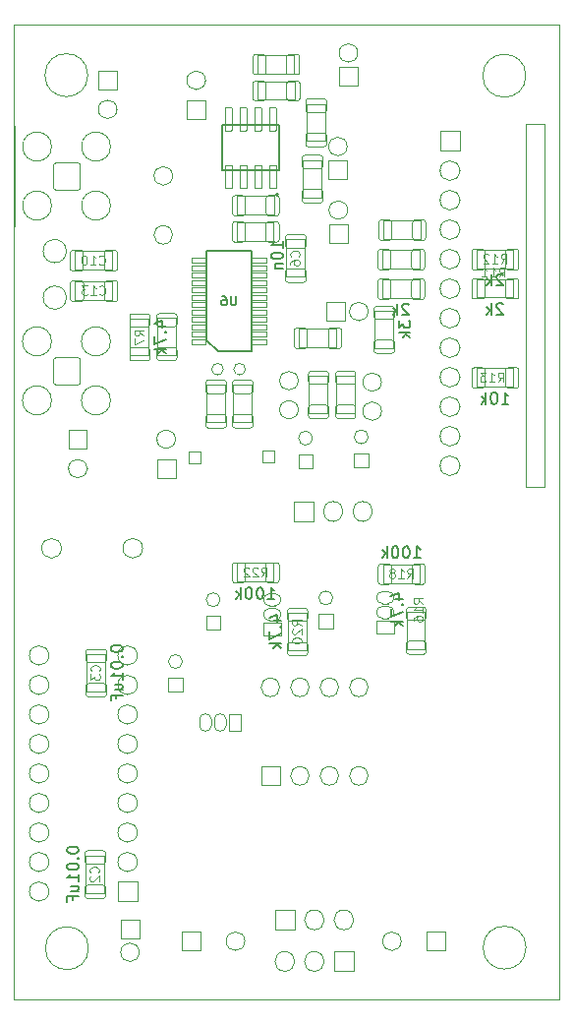
<source format=gbr>
%TF.GenerationSoftware,KiCad,Pcbnew,7.0.1*%
%TF.CreationDate,2023-09-27T13:21:01+00:00*%
%TF.ProjectId,SI4735,53493437-3335-42e6-9b69-6361645f7063,rev?*%
%TF.SameCoordinates,Original*%
%TF.FileFunction,AssemblyDrawing,Bot*%
%FSLAX45Y45*%
G04 Gerber Fmt 4.5, Leading zero omitted, Abs format (unit mm)*
G04 Created by KiCad (PCBNEW 7.0.1) date 2023-09-27 13:21:01*
%MOMM*%
%LPD*%
G01*
G04 APERTURE LIST*
%ADD10C,0.150000*%
%ADD11C,0.120000*%
%ADD12C,0.100000*%
%ADD13C,0.127000*%
%ADD14C,0.200000*%
%ADD15C,0.100000*%
%TD*%
%TA.AperFunction,Profile*%
%ADD16C,0.050000*%
%TD*%
%TA.AperFunction,Profile*%
%ADD17C,0.100000*%
%TD*%
G04 APERTURE END LIST*
D10*
%TO.C,R13*%
X16698794Y-11195422D02*
X16755937Y-11195422D01*
X16727365Y-11195422D02*
X16727365Y-11095422D01*
X16727365Y-11095422D02*
X16736889Y-11109708D01*
X16736889Y-11109708D02*
X16746413Y-11119231D01*
X16746413Y-11119231D02*
X16755937Y-11123993D01*
X16636889Y-11095422D02*
X16627365Y-11095422D01*
X16627365Y-11095422D02*
X16617841Y-11100184D01*
X16617841Y-11100184D02*
X16613079Y-11104946D01*
X16613079Y-11104946D02*
X16608318Y-11114470D01*
X16608318Y-11114470D02*
X16603556Y-11133517D01*
X16603556Y-11133517D02*
X16603556Y-11157327D01*
X16603556Y-11157327D02*
X16608318Y-11176374D01*
X16608318Y-11176374D02*
X16613079Y-11185898D01*
X16613079Y-11185898D02*
X16617841Y-11190660D01*
X16617841Y-11190660D02*
X16627365Y-11195422D01*
X16627365Y-11195422D02*
X16636889Y-11195422D01*
X16636889Y-11195422D02*
X16646413Y-11190660D01*
X16646413Y-11190660D02*
X16651175Y-11185898D01*
X16651175Y-11185898D02*
X16655937Y-11176374D01*
X16655937Y-11176374D02*
X16660698Y-11157327D01*
X16660698Y-11157327D02*
X16660698Y-11133517D01*
X16660698Y-11133517D02*
X16655937Y-11114470D01*
X16655937Y-11114470D02*
X16651175Y-11104946D01*
X16651175Y-11104946D02*
X16646413Y-11100184D01*
X16646413Y-11100184D02*
X16636889Y-11095422D01*
X16560698Y-11195422D02*
X16560698Y-11095422D01*
X16551175Y-11157327D02*
X16522603Y-11195422D01*
X16522603Y-11128755D02*
X16560698Y-11166850D01*
D11*
X16664698Y-11004170D02*
X16691365Y-10966074D01*
X16710413Y-11004170D02*
X16710413Y-10924170D01*
X16710413Y-10924170D02*
X16679937Y-10924170D01*
X16679937Y-10924170D02*
X16672318Y-10927979D01*
X16672318Y-10927979D02*
X16668508Y-10931789D01*
X16668508Y-10931789D02*
X16664698Y-10939408D01*
X16664698Y-10939408D02*
X16664698Y-10950836D01*
X16664698Y-10950836D02*
X16668508Y-10958455D01*
X16668508Y-10958455D02*
X16672318Y-10962265D01*
X16672318Y-10962265D02*
X16679937Y-10966074D01*
X16679937Y-10966074D02*
X16710413Y-10966074D01*
X16588508Y-11004170D02*
X16634222Y-11004170D01*
X16611365Y-11004170D02*
X16611365Y-10924170D01*
X16611365Y-10924170D02*
X16618984Y-10935598D01*
X16618984Y-10935598D02*
X16626603Y-10943217D01*
X16626603Y-10943217D02*
X16634222Y-10947027D01*
X16561841Y-10924170D02*
X16512318Y-10924170D01*
X16512318Y-10924170D02*
X16538984Y-10954646D01*
X16538984Y-10954646D02*
X16527556Y-10954646D01*
X16527556Y-10954646D02*
X16519937Y-10958455D01*
X16519937Y-10958455D02*
X16516127Y-10962265D01*
X16516127Y-10962265D02*
X16512318Y-10969884D01*
X16512318Y-10969884D02*
X16512318Y-10988931D01*
X16512318Y-10988931D02*
X16516127Y-10996550D01*
X16516127Y-10996550D02*
X16519937Y-11000360D01*
X16519937Y-11000360D02*
X16527556Y-11004170D01*
X16527556Y-11004170D02*
X16550413Y-11004170D01*
X16550413Y-11004170D02*
X16558032Y-11000360D01*
X16558032Y-11000360D02*
X16561841Y-10996550D01*
D10*
%TO.C,C2*%
X12953262Y-15030595D02*
X12953262Y-15040119D01*
X12953262Y-15040119D02*
X12958024Y-15049643D01*
X12958024Y-15049643D02*
X12962786Y-15054405D01*
X12962786Y-15054405D02*
X12972309Y-15059167D01*
X12972309Y-15059167D02*
X12991357Y-15063928D01*
X12991357Y-15063928D02*
X13015167Y-15063928D01*
X13015167Y-15063928D02*
X13034214Y-15059167D01*
X13034214Y-15059167D02*
X13043738Y-15054405D01*
X13043738Y-15054405D02*
X13048500Y-15049643D01*
X13048500Y-15049643D02*
X13053262Y-15040119D01*
X13053262Y-15040119D02*
X13053262Y-15030595D01*
X13053262Y-15030595D02*
X13048500Y-15021071D01*
X13048500Y-15021071D02*
X13043738Y-15016309D01*
X13043738Y-15016309D02*
X13034214Y-15011548D01*
X13034214Y-15011548D02*
X13015167Y-15006786D01*
X13015167Y-15006786D02*
X12991357Y-15006786D01*
X12991357Y-15006786D02*
X12972309Y-15011548D01*
X12972309Y-15011548D02*
X12962786Y-15016309D01*
X12962786Y-15016309D02*
X12958024Y-15021071D01*
X12958024Y-15021071D02*
X12953262Y-15030595D01*
X13043738Y-15106786D02*
X13048500Y-15111548D01*
X13048500Y-15111548D02*
X13053262Y-15106786D01*
X13053262Y-15106786D02*
X13048500Y-15102024D01*
X13048500Y-15102024D02*
X13043738Y-15106786D01*
X13043738Y-15106786D02*
X13053262Y-15106786D01*
X12953262Y-15173452D02*
X12953262Y-15182976D01*
X12953262Y-15182976D02*
X12958024Y-15192500D01*
X12958024Y-15192500D02*
X12962786Y-15197262D01*
X12962786Y-15197262D02*
X12972309Y-15202024D01*
X12972309Y-15202024D02*
X12991357Y-15206786D01*
X12991357Y-15206786D02*
X13015167Y-15206786D01*
X13015167Y-15206786D02*
X13034214Y-15202024D01*
X13034214Y-15202024D02*
X13043738Y-15197262D01*
X13043738Y-15197262D02*
X13048500Y-15192500D01*
X13048500Y-15192500D02*
X13053262Y-15182976D01*
X13053262Y-15182976D02*
X13053262Y-15173452D01*
X13053262Y-15173452D02*
X13048500Y-15163928D01*
X13048500Y-15163928D02*
X13043738Y-15159167D01*
X13043738Y-15159167D02*
X13034214Y-15154405D01*
X13034214Y-15154405D02*
X13015167Y-15149643D01*
X13015167Y-15149643D02*
X12991357Y-15149643D01*
X12991357Y-15149643D02*
X12972309Y-15154405D01*
X12972309Y-15154405D02*
X12962786Y-15159167D01*
X12962786Y-15159167D02*
X12958024Y-15163928D01*
X12958024Y-15163928D02*
X12953262Y-15173452D01*
X13053262Y-15302024D02*
X13053262Y-15244881D01*
X13053262Y-15273452D02*
X12953262Y-15273452D01*
X12953262Y-15273452D02*
X12967548Y-15263928D01*
X12967548Y-15263928D02*
X12977071Y-15254405D01*
X12977071Y-15254405D02*
X12981833Y-15244881D01*
X12986595Y-15387738D02*
X13053262Y-15387738D01*
X12986595Y-15344881D02*
X13038976Y-15344881D01*
X13038976Y-15344881D02*
X13048500Y-15349643D01*
X13048500Y-15349643D02*
X13053262Y-15359167D01*
X13053262Y-15359167D02*
X13053262Y-15373452D01*
X13053262Y-15373452D02*
X13048500Y-15382976D01*
X13048500Y-15382976D02*
X13043738Y-15387738D01*
X13000881Y-15468690D02*
X13000881Y-15435357D01*
X13053262Y-15435357D02*
X12953262Y-15435357D01*
X12953262Y-15435357D02*
X12953262Y-15482976D01*
D11*
X13221390Y-15229167D02*
X13225200Y-15225357D01*
X13225200Y-15225357D02*
X13229009Y-15213929D01*
X13229009Y-15213929D02*
X13229009Y-15206309D01*
X13229009Y-15206309D02*
X13225200Y-15194881D01*
X13225200Y-15194881D02*
X13217581Y-15187262D01*
X13217581Y-15187262D02*
X13209962Y-15183452D01*
X13209962Y-15183452D02*
X13194724Y-15179643D01*
X13194724Y-15179643D02*
X13183295Y-15179643D01*
X13183295Y-15179643D02*
X13168057Y-15183452D01*
X13168057Y-15183452D02*
X13160438Y-15187262D01*
X13160438Y-15187262D02*
X13152819Y-15194881D01*
X13152819Y-15194881D02*
X13149009Y-15206309D01*
X13149009Y-15206309D02*
X13149009Y-15213929D01*
X13149009Y-15213929D02*
X13152819Y-15225357D01*
X13152819Y-15225357D02*
X13156628Y-15229167D01*
X13156628Y-15259643D02*
X13152819Y-15263452D01*
X13152819Y-15263452D02*
X13149009Y-15271071D01*
X13149009Y-15271071D02*
X13149009Y-15290119D01*
X13149009Y-15290119D02*
X13152819Y-15297738D01*
X13152819Y-15297738D02*
X13156628Y-15301548D01*
X13156628Y-15301548D02*
X13164248Y-15305357D01*
X13164248Y-15305357D02*
X13171867Y-15305357D01*
X13171867Y-15305357D02*
X13183295Y-15301548D01*
X13183295Y-15301548D02*
X13229009Y-15255833D01*
X13229009Y-15255833D02*
X13229009Y-15305357D01*
D10*
%TO.C,C6*%
X14811262Y-9853214D02*
X14811262Y-9796071D01*
X14811262Y-9824643D02*
X14711262Y-9824643D01*
X14711262Y-9824643D02*
X14725548Y-9815119D01*
X14725548Y-9815119D02*
X14735071Y-9805595D01*
X14735071Y-9805595D02*
X14739833Y-9796071D01*
X14711262Y-9915119D02*
X14711262Y-9924643D01*
X14711262Y-9924643D02*
X14716024Y-9934167D01*
X14716024Y-9934167D02*
X14720786Y-9938929D01*
X14720786Y-9938929D02*
X14730309Y-9943690D01*
X14730309Y-9943690D02*
X14749357Y-9948452D01*
X14749357Y-9948452D02*
X14773167Y-9948452D01*
X14773167Y-9948452D02*
X14792214Y-9943690D01*
X14792214Y-9943690D02*
X14801738Y-9938929D01*
X14801738Y-9938929D02*
X14806500Y-9934167D01*
X14806500Y-9934167D02*
X14811262Y-9924643D01*
X14811262Y-9924643D02*
X14811262Y-9915119D01*
X14811262Y-9915119D02*
X14806500Y-9905595D01*
X14806500Y-9905595D02*
X14801738Y-9900833D01*
X14801738Y-9900833D02*
X14792214Y-9896071D01*
X14792214Y-9896071D02*
X14773167Y-9891310D01*
X14773167Y-9891310D02*
X14749357Y-9891310D01*
X14749357Y-9891310D02*
X14730309Y-9896071D01*
X14730309Y-9896071D02*
X14720786Y-9900833D01*
X14720786Y-9900833D02*
X14716024Y-9905595D01*
X14716024Y-9905595D02*
X14711262Y-9915119D01*
X14744595Y-9991310D02*
X14811262Y-9991310D01*
X14754119Y-9991310D02*
X14749357Y-9996071D01*
X14749357Y-9996071D02*
X14744595Y-10005595D01*
X14744595Y-10005595D02*
X14744595Y-10019881D01*
X14744595Y-10019881D02*
X14749357Y-10029405D01*
X14749357Y-10029405D02*
X14758881Y-10034167D01*
X14758881Y-10034167D02*
X14811262Y-10034167D01*
D11*
X14949390Y-9926667D02*
X14953200Y-9922857D01*
X14953200Y-9922857D02*
X14957009Y-9911429D01*
X14957009Y-9911429D02*
X14957009Y-9903810D01*
X14957009Y-9903810D02*
X14953200Y-9892381D01*
X14953200Y-9892381D02*
X14945581Y-9884762D01*
X14945581Y-9884762D02*
X14937962Y-9880952D01*
X14937962Y-9880952D02*
X14922724Y-9877143D01*
X14922724Y-9877143D02*
X14911295Y-9877143D01*
X14911295Y-9877143D02*
X14896057Y-9880952D01*
X14896057Y-9880952D02*
X14888438Y-9884762D01*
X14888438Y-9884762D02*
X14880819Y-9892381D01*
X14880819Y-9892381D02*
X14877009Y-9903810D01*
X14877009Y-9903810D02*
X14877009Y-9911429D01*
X14877009Y-9911429D02*
X14880819Y-9922857D01*
X14880819Y-9922857D02*
X14884628Y-9926667D01*
X14877009Y-9995238D02*
X14877009Y-9980000D01*
X14877009Y-9980000D02*
X14880819Y-9972381D01*
X14880819Y-9972381D02*
X14884628Y-9968571D01*
X14884628Y-9968571D02*
X14896057Y-9960952D01*
X14896057Y-9960952D02*
X14911295Y-9957143D01*
X14911295Y-9957143D02*
X14941771Y-9957143D01*
X14941771Y-9957143D02*
X14949390Y-9960952D01*
X14949390Y-9960952D02*
X14953200Y-9964762D01*
X14953200Y-9964762D02*
X14957009Y-9972381D01*
X14957009Y-9972381D02*
X14957009Y-9987619D01*
X14957009Y-9987619D02*
X14953200Y-9995238D01*
X14953200Y-9995238D02*
X14949390Y-9999048D01*
X14949390Y-9999048D02*
X14941771Y-10002857D01*
X14941771Y-10002857D02*
X14922724Y-10002857D01*
X14922724Y-10002857D02*
X14915105Y-9999048D01*
X14915105Y-9999048D02*
X14911295Y-9995238D01*
X14911295Y-9995238D02*
X14907486Y-9987619D01*
X14907486Y-9987619D02*
X14907486Y-9972381D01*
X14907486Y-9972381D02*
X14911295Y-9964762D01*
X14911295Y-9964762D02*
X14915105Y-9960952D01*
X14915105Y-9960952D02*
X14922724Y-9957143D01*
D10*
%TO.C,R4*%
X15810222Y-10478821D02*
X15810222Y-10540725D01*
X15810222Y-10540725D02*
X15848317Y-10507392D01*
X15848317Y-10507392D02*
X15848317Y-10521678D01*
X15848317Y-10521678D02*
X15853079Y-10531201D01*
X15853079Y-10531201D02*
X15857841Y-10535963D01*
X15857841Y-10535963D02*
X15867365Y-10540725D01*
X15867365Y-10540725D02*
X15891174Y-10540725D01*
X15891174Y-10540725D02*
X15900698Y-10535963D01*
X15900698Y-10535963D02*
X15905460Y-10531201D01*
X15905460Y-10531201D02*
X15910222Y-10521678D01*
X15910222Y-10521678D02*
X15910222Y-10493106D01*
X15910222Y-10493106D02*
X15905460Y-10483582D01*
X15905460Y-10483582D02*
X15900698Y-10478821D01*
X15910222Y-10583582D02*
X15810222Y-10583582D01*
X15872127Y-10593106D02*
X15910222Y-10621678D01*
X15843555Y-10621678D02*
X15881650Y-10583582D01*
D11*
%TO.C,C10*%
X13231428Y-9989390D02*
X13235238Y-9993200D01*
X13235238Y-9993200D02*
X13246667Y-9997010D01*
X13246667Y-9997010D02*
X13254286Y-9997010D01*
X13254286Y-9997010D02*
X13265714Y-9993200D01*
X13265714Y-9993200D02*
X13273333Y-9985581D01*
X13273333Y-9985581D02*
X13277143Y-9977962D01*
X13277143Y-9977962D02*
X13280952Y-9962724D01*
X13280952Y-9962724D02*
X13280952Y-9951295D01*
X13280952Y-9951295D02*
X13277143Y-9936057D01*
X13277143Y-9936057D02*
X13273333Y-9928438D01*
X13273333Y-9928438D02*
X13265714Y-9920819D01*
X13265714Y-9920819D02*
X13254286Y-9917010D01*
X13254286Y-9917010D02*
X13246667Y-9917010D01*
X13246667Y-9917010D02*
X13235238Y-9920819D01*
X13235238Y-9920819D02*
X13231428Y-9924629D01*
X13155238Y-9997010D02*
X13200952Y-9997010D01*
X13178095Y-9997010D02*
X13178095Y-9917010D01*
X13178095Y-9917010D02*
X13185714Y-9928438D01*
X13185714Y-9928438D02*
X13193333Y-9936057D01*
X13193333Y-9936057D02*
X13200952Y-9939867D01*
X13105714Y-9917010D02*
X13098095Y-9917010D01*
X13098095Y-9917010D02*
X13090476Y-9920819D01*
X13090476Y-9920819D02*
X13086667Y-9924629D01*
X13086667Y-9924629D02*
X13082857Y-9932248D01*
X13082857Y-9932248D02*
X13079048Y-9947486D01*
X13079048Y-9947486D02*
X13079048Y-9966533D01*
X13079048Y-9966533D02*
X13082857Y-9981771D01*
X13082857Y-9981771D02*
X13086667Y-9989390D01*
X13086667Y-9989390D02*
X13090476Y-9993200D01*
X13090476Y-9993200D02*
X13098095Y-9997010D01*
X13098095Y-9997010D02*
X13105714Y-9997010D01*
X13105714Y-9997010D02*
X13113333Y-9993200D01*
X13113333Y-9993200D02*
X13117143Y-9989390D01*
X13117143Y-9989390D02*
X13120952Y-9981771D01*
X13120952Y-9981771D02*
X13124762Y-9966533D01*
X13124762Y-9966533D02*
X13124762Y-9947486D01*
X13124762Y-9947486D02*
X13120952Y-9932248D01*
X13120952Y-9932248D02*
X13117143Y-9924629D01*
X13117143Y-9924629D02*
X13113333Y-9920819D01*
X13113333Y-9920819D02*
X13105714Y-9917010D01*
D10*
%TO.C,R11*%
X16708317Y-10337446D02*
X16703556Y-10332684D01*
X16703556Y-10332684D02*
X16694032Y-10327922D01*
X16694032Y-10327922D02*
X16670222Y-10327922D01*
X16670222Y-10327922D02*
X16660698Y-10332684D01*
X16660698Y-10332684D02*
X16655937Y-10337446D01*
X16655937Y-10337446D02*
X16651175Y-10346970D01*
X16651175Y-10346970D02*
X16651175Y-10356493D01*
X16651175Y-10356493D02*
X16655937Y-10370779D01*
X16655937Y-10370779D02*
X16713079Y-10427922D01*
X16713079Y-10427922D02*
X16651175Y-10427922D01*
X16608317Y-10427922D02*
X16608317Y-10327922D01*
X16598794Y-10389827D02*
X16570222Y-10427922D01*
X16570222Y-10361255D02*
X16608317Y-10399350D01*
D11*
X16676948Y-10101670D02*
X16703615Y-10063574D01*
X16722663Y-10101670D02*
X16722663Y-10021670D01*
X16722663Y-10021670D02*
X16692187Y-10021670D01*
X16692187Y-10021670D02*
X16684568Y-10025479D01*
X16684568Y-10025479D02*
X16680758Y-10029289D01*
X16680758Y-10029289D02*
X16676948Y-10036908D01*
X16676948Y-10036908D02*
X16676948Y-10048336D01*
X16676948Y-10048336D02*
X16680758Y-10055955D01*
X16680758Y-10055955D02*
X16684568Y-10059765D01*
X16684568Y-10059765D02*
X16692187Y-10063574D01*
X16692187Y-10063574D02*
X16722663Y-10063574D01*
X16600758Y-10101670D02*
X16646472Y-10101670D01*
X16623615Y-10101670D02*
X16623615Y-10021670D01*
X16623615Y-10021670D02*
X16631234Y-10033098D01*
X16631234Y-10033098D02*
X16638853Y-10040717D01*
X16638853Y-10040717D02*
X16646472Y-10044527D01*
X16524568Y-10101670D02*
X16570282Y-10101670D01*
X16547425Y-10101670D02*
X16547425Y-10021670D01*
X16547425Y-10021670D02*
X16555044Y-10033098D01*
X16555044Y-10033098D02*
X16562663Y-10040717D01*
X16562663Y-10040717D02*
X16570282Y-10044527D01*
D10*
%TO.C,R20*%
X14732845Y-13060893D02*
X14799512Y-13060893D01*
X14694750Y-13037083D02*
X14766178Y-13013274D01*
X14766178Y-13013274D02*
X14766178Y-13075178D01*
X14789988Y-13113274D02*
X14794750Y-13118036D01*
X14794750Y-13118036D02*
X14799512Y-13113274D01*
X14799512Y-13113274D02*
X14794750Y-13108512D01*
X14794750Y-13108512D02*
X14789988Y-13113274D01*
X14789988Y-13113274D02*
X14799512Y-13113274D01*
X14699512Y-13151369D02*
X14699512Y-13218036D01*
X14699512Y-13218036D02*
X14799512Y-13175178D01*
X14799512Y-13256131D02*
X14699512Y-13256131D01*
X14761417Y-13265655D02*
X14799512Y-13294226D01*
X14732845Y-13294226D02*
X14770940Y-13256131D01*
D11*
X14972259Y-13102321D02*
X14934164Y-13075655D01*
X14972259Y-13056607D02*
X14892259Y-13056607D01*
X14892259Y-13056607D02*
X14892259Y-13087083D01*
X14892259Y-13087083D02*
X14896069Y-13094702D01*
X14896069Y-13094702D02*
X14899878Y-13098512D01*
X14899878Y-13098512D02*
X14907498Y-13102321D01*
X14907498Y-13102321D02*
X14918926Y-13102321D01*
X14918926Y-13102321D02*
X14926545Y-13098512D01*
X14926545Y-13098512D02*
X14930355Y-13094702D01*
X14930355Y-13094702D02*
X14934164Y-13087083D01*
X14934164Y-13087083D02*
X14934164Y-13056607D01*
X14899878Y-13132797D02*
X14896069Y-13136607D01*
X14896069Y-13136607D02*
X14892259Y-13144226D01*
X14892259Y-13144226D02*
X14892259Y-13163274D01*
X14892259Y-13163274D02*
X14896069Y-13170893D01*
X14896069Y-13170893D02*
X14899878Y-13174702D01*
X14899878Y-13174702D02*
X14907498Y-13178512D01*
X14907498Y-13178512D02*
X14915117Y-13178512D01*
X14915117Y-13178512D02*
X14926545Y-13174702D01*
X14926545Y-13174702D02*
X14972259Y-13128988D01*
X14972259Y-13128988D02*
X14972259Y-13178512D01*
X14892259Y-13228036D02*
X14892259Y-13235655D01*
X14892259Y-13235655D02*
X14896069Y-13243274D01*
X14896069Y-13243274D02*
X14899878Y-13247083D01*
X14899878Y-13247083D02*
X14907498Y-13250893D01*
X14907498Y-13250893D02*
X14922736Y-13254702D01*
X14922736Y-13254702D02*
X14941783Y-13254702D01*
X14941783Y-13254702D02*
X14957021Y-13250893D01*
X14957021Y-13250893D02*
X14964640Y-13247083D01*
X14964640Y-13247083D02*
X14968450Y-13243274D01*
X14968450Y-13243274D02*
X14972259Y-13235655D01*
X14972259Y-13235655D02*
X14972259Y-13228036D01*
X14972259Y-13228036D02*
X14968450Y-13220417D01*
X14968450Y-13220417D02*
X14964640Y-13216607D01*
X14964640Y-13216607D02*
X14957021Y-13212798D01*
X14957021Y-13212798D02*
X14941783Y-13208988D01*
X14941783Y-13208988D02*
X14922736Y-13208988D01*
X14922736Y-13208988D02*
X14907498Y-13212798D01*
X14907498Y-13212798D02*
X14899878Y-13216607D01*
X14899878Y-13216607D02*
X14896069Y-13220417D01*
X14896069Y-13220417D02*
X14892259Y-13228036D01*
%TO.C,C13*%
X13233928Y-10249390D02*
X13237738Y-10253200D01*
X13237738Y-10253200D02*
X13249167Y-10257010D01*
X13249167Y-10257010D02*
X13256786Y-10257010D01*
X13256786Y-10257010D02*
X13268214Y-10253200D01*
X13268214Y-10253200D02*
X13275833Y-10245581D01*
X13275833Y-10245581D02*
X13279643Y-10237962D01*
X13279643Y-10237962D02*
X13283452Y-10222724D01*
X13283452Y-10222724D02*
X13283452Y-10211295D01*
X13283452Y-10211295D02*
X13279643Y-10196057D01*
X13279643Y-10196057D02*
X13275833Y-10188438D01*
X13275833Y-10188438D02*
X13268214Y-10180819D01*
X13268214Y-10180819D02*
X13256786Y-10177010D01*
X13256786Y-10177010D02*
X13249167Y-10177010D01*
X13249167Y-10177010D02*
X13237738Y-10180819D01*
X13237738Y-10180819D02*
X13233928Y-10184629D01*
X13157738Y-10257010D02*
X13203452Y-10257010D01*
X13180595Y-10257010D02*
X13180595Y-10177010D01*
X13180595Y-10177010D02*
X13188214Y-10188438D01*
X13188214Y-10188438D02*
X13195833Y-10196057D01*
X13195833Y-10196057D02*
X13203452Y-10199867D01*
X13131071Y-10177010D02*
X13081548Y-10177010D01*
X13081548Y-10177010D02*
X13108214Y-10207486D01*
X13108214Y-10207486D02*
X13096786Y-10207486D01*
X13096786Y-10207486D02*
X13089167Y-10211295D01*
X13089167Y-10211295D02*
X13085357Y-10215105D01*
X13085357Y-10215105D02*
X13081548Y-10222724D01*
X13081548Y-10222724D02*
X13081548Y-10241771D01*
X13081548Y-10241771D02*
X13085357Y-10249390D01*
X13085357Y-10249390D02*
X13089167Y-10253200D01*
X13089167Y-10253200D02*
X13096786Y-10257010D01*
X13096786Y-10257010D02*
X13119643Y-10257010D01*
X13119643Y-10257010D02*
X13127262Y-10253200D01*
X13127262Y-10253200D02*
X13131071Y-10249390D01*
D10*
%TO.C,R3*%
X15897257Y-10340966D02*
X15892496Y-10336204D01*
X15892496Y-10336204D02*
X15882972Y-10331442D01*
X15882972Y-10331442D02*
X15859162Y-10331442D01*
X15859162Y-10331442D02*
X15849638Y-10336204D01*
X15849638Y-10336204D02*
X15844877Y-10340966D01*
X15844877Y-10340966D02*
X15840115Y-10350490D01*
X15840115Y-10350490D02*
X15840115Y-10360013D01*
X15840115Y-10360013D02*
X15844877Y-10374299D01*
X15844877Y-10374299D02*
X15902019Y-10431442D01*
X15902019Y-10431442D02*
X15840115Y-10431442D01*
X15797257Y-10431442D02*
X15797257Y-10331442D01*
X15787734Y-10393347D02*
X15759162Y-10431442D01*
X15759162Y-10364775D02*
X15797257Y-10402870D01*
%TO.C,R22*%
X14680893Y-12873262D02*
X14738036Y-12873262D01*
X14709464Y-12873262D02*
X14709464Y-12773262D01*
X14709464Y-12773262D02*
X14718988Y-12787548D01*
X14718988Y-12787548D02*
X14728512Y-12797071D01*
X14728512Y-12797071D02*
X14738036Y-12801833D01*
X14618988Y-12773262D02*
X14609464Y-12773262D01*
X14609464Y-12773262D02*
X14599940Y-12778024D01*
X14599940Y-12778024D02*
X14595178Y-12782786D01*
X14595178Y-12782786D02*
X14590417Y-12792309D01*
X14590417Y-12792309D02*
X14585655Y-12811357D01*
X14585655Y-12811357D02*
X14585655Y-12835167D01*
X14585655Y-12835167D02*
X14590417Y-12854214D01*
X14590417Y-12854214D02*
X14595178Y-12863738D01*
X14595178Y-12863738D02*
X14599940Y-12868500D01*
X14599940Y-12868500D02*
X14609464Y-12873262D01*
X14609464Y-12873262D02*
X14618988Y-12873262D01*
X14618988Y-12873262D02*
X14628512Y-12868500D01*
X14628512Y-12868500D02*
X14633274Y-12863738D01*
X14633274Y-12863738D02*
X14638036Y-12854214D01*
X14638036Y-12854214D02*
X14642797Y-12835167D01*
X14642797Y-12835167D02*
X14642797Y-12811357D01*
X14642797Y-12811357D02*
X14638036Y-12792309D01*
X14638036Y-12792309D02*
X14633274Y-12782786D01*
X14633274Y-12782786D02*
X14628512Y-12778024D01*
X14628512Y-12778024D02*
X14618988Y-12773262D01*
X14523750Y-12773262D02*
X14514226Y-12773262D01*
X14514226Y-12773262D02*
X14504702Y-12778024D01*
X14504702Y-12778024D02*
X14499940Y-12782786D01*
X14499940Y-12782786D02*
X14495178Y-12792309D01*
X14495178Y-12792309D02*
X14490417Y-12811357D01*
X14490417Y-12811357D02*
X14490417Y-12835167D01*
X14490417Y-12835167D02*
X14495178Y-12854214D01*
X14495178Y-12854214D02*
X14499940Y-12863738D01*
X14499940Y-12863738D02*
X14504702Y-12868500D01*
X14504702Y-12868500D02*
X14514226Y-12873262D01*
X14514226Y-12873262D02*
X14523750Y-12873262D01*
X14523750Y-12873262D02*
X14533274Y-12868500D01*
X14533274Y-12868500D02*
X14538036Y-12863738D01*
X14538036Y-12863738D02*
X14542797Y-12854214D01*
X14542797Y-12854214D02*
X14547559Y-12835167D01*
X14547559Y-12835167D02*
X14547559Y-12811357D01*
X14547559Y-12811357D02*
X14542797Y-12792309D01*
X14542797Y-12792309D02*
X14538036Y-12782786D01*
X14538036Y-12782786D02*
X14533274Y-12778024D01*
X14533274Y-12778024D02*
X14523750Y-12773262D01*
X14447559Y-12873262D02*
X14447559Y-12773262D01*
X14438036Y-12835167D02*
X14409464Y-12873262D01*
X14409464Y-12806595D02*
X14447559Y-12844690D01*
D11*
X14625178Y-12682009D02*
X14651845Y-12643914D01*
X14670893Y-12682009D02*
X14670893Y-12602009D01*
X14670893Y-12602009D02*
X14640417Y-12602009D01*
X14640417Y-12602009D02*
X14632798Y-12605819D01*
X14632798Y-12605819D02*
X14628988Y-12609628D01*
X14628988Y-12609628D02*
X14625178Y-12617248D01*
X14625178Y-12617248D02*
X14625178Y-12628676D01*
X14625178Y-12628676D02*
X14628988Y-12636295D01*
X14628988Y-12636295D02*
X14632798Y-12640105D01*
X14632798Y-12640105D02*
X14640417Y-12643914D01*
X14640417Y-12643914D02*
X14670893Y-12643914D01*
X14594702Y-12609628D02*
X14590893Y-12605819D01*
X14590893Y-12605819D02*
X14583274Y-12602009D01*
X14583274Y-12602009D02*
X14564226Y-12602009D01*
X14564226Y-12602009D02*
X14556607Y-12605819D01*
X14556607Y-12605819D02*
X14552798Y-12609628D01*
X14552798Y-12609628D02*
X14548988Y-12617248D01*
X14548988Y-12617248D02*
X14548988Y-12624867D01*
X14548988Y-12624867D02*
X14552798Y-12636295D01*
X14552798Y-12636295D02*
X14598512Y-12682009D01*
X14598512Y-12682009D02*
X14548988Y-12682009D01*
X14518512Y-12609628D02*
X14514702Y-12605819D01*
X14514702Y-12605819D02*
X14507083Y-12602009D01*
X14507083Y-12602009D02*
X14488036Y-12602009D01*
X14488036Y-12602009D02*
X14480417Y-12605819D01*
X14480417Y-12605819D02*
X14476607Y-12609628D01*
X14476607Y-12609628D02*
X14472798Y-12617248D01*
X14472798Y-12617248D02*
X14472798Y-12624867D01*
X14472798Y-12624867D02*
X14476607Y-12636295D01*
X14476607Y-12636295D02*
X14522321Y-12682009D01*
X14522321Y-12682009D02*
X14472798Y-12682009D01*
D10*
%TO.C,U6*%
X14408452Y-10266260D02*
X14408452Y-10331021D01*
X14408452Y-10331021D02*
X14404643Y-10338640D01*
X14404643Y-10338640D02*
X14400833Y-10342450D01*
X14400833Y-10342450D02*
X14393214Y-10346260D01*
X14393214Y-10346260D02*
X14377976Y-10346260D01*
X14377976Y-10346260D02*
X14370357Y-10342450D01*
X14370357Y-10342450D02*
X14366548Y-10338640D01*
X14366548Y-10338640D02*
X14362738Y-10331021D01*
X14362738Y-10331021D02*
X14362738Y-10266260D01*
X14290357Y-10266260D02*
X14305595Y-10266260D01*
X14305595Y-10266260D02*
X14313214Y-10270069D01*
X14313214Y-10270069D02*
X14317024Y-10273879D01*
X14317024Y-10273879D02*
X14324643Y-10285307D01*
X14324643Y-10285307D02*
X14328452Y-10300545D01*
X14328452Y-10300545D02*
X14328452Y-10331021D01*
X14328452Y-10331021D02*
X14324643Y-10338640D01*
X14324643Y-10338640D02*
X14320833Y-10342450D01*
X14320833Y-10342450D02*
X14313214Y-10346260D01*
X14313214Y-10346260D02*
X14297976Y-10346260D01*
X14297976Y-10346260D02*
X14290357Y-10342450D01*
X14290357Y-10342450D02*
X14286548Y-10338640D01*
X14286548Y-10338640D02*
X14282738Y-10331021D01*
X14282738Y-10331021D02*
X14282738Y-10311974D01*
X14282738Y-10311974D02*
X14286548Y-10304355D01*
X14286548Y-10304355D02*
X14290357Y-10300545D01*
X14290357Y-10300545D02*
X14297976Y-10296736D01*
X14297976Y-10296736D02*
X14313214Y-10296736D01*
X14313214Y-10296736D02*
X14320833Y-10300545D01*
X14320833Y-10300545D02*
X14324643Y-10304355D01*
X14324643Y-10304355D02*
X14328452Y-10311974D01*
%TO.C,R12*%
X16708317Y-10087446D02*
X16703556Y-10082684D01*
X16703556Y-10082684D02*
X16694032Y-10077922D01*
X16694032Y-10077922D02*
X16670222Y-10077922D01*
X16670222Y-10077922D02*
X16660698Y-10082684D01*
X16660698Y-10082684D02*
X16655937Y-10087446D01*
X16655937Y-10087446D02*
X16651175Y-10096970D01*
X16651175Y-10096970D02*
X16651175Y-10106493D01*
X16651175Y-10106493D02*
X16655937Y-10120779D01*
X16655937Y-10120779D02*
X16713079Y-10177922D01*
X16713079Y-10177922D02*
X16651175Y-10177922D01*
X16608317Y-10177922D02*
X16608317Y-10077922D01*
X16598794Y-10139827D02*
X16570222Y-10177922D01*
X16570222Y-10111255D02*
X16608317Y-10149350D01*
D11*
X16690698Y-9986670D02*
X16717365Y-9948574D01*
X16736413Y-9986670D02*
X16736413Y-9906670D01*
X16736413Y-9906670D02*
X16705937Y-9906670D01*
X16705937Y-9906670D02*
X16698318Y-9910479D01*
X16698318Y-9910479D02*
X16694508Y-9914289D01*
X16694508Y-9914289D02*
X16690698Y-9921908D01*
X16690698Y-9921908D02*
X16690698Y-9933336D01*
X16690698Y-9933336D02*
X16694508Y-9940955D01*
X16694508Y-9940955D02*
X16698318Y-9944765D01*
X16698318Y-9944765D02*
X16705937Y-9948574D01*
X16705937Y-9948574D02*
X16736413Y-9948574D01*
X16614508Y-9986670D02*
X16660222Y-9986670D01*
X16637365Y-9986670D02*
X16637365Y-9906670D01*
X16637365Y-9906670D02*
X16644984Y-9918098D01*
X16644984Y-9918098D02*
X16652603Y-9925717D01*
X16652603Y-9925717D02*
X16660222Y-9929527D01*
X16584032Y-9914289D02*
X16580222Y-9910479D01*
X16580222Y-9910479D02*
X16572603Y-9906670D01*
X16572603Y-9906670D02*
X16553556Y-9906670D01*
X16553556Y-9906670D02*
X16545937Y-9910479D01*
X16545937Y-9910479D02*
X16542127Y-9914289D01*
X16542127Y-9914289D02*
X16538318Y-9921908D01*
X16538318Y-9921908D02*
X16538318Y-9929527D01*
X16538318Y-9929527D02*
X16542127Y-9940955D01*
X16542127Y-9940955D02*
X16587841Y-9986670D01*
X16587841Y-9986670D02*
X16538318Y-9986670D01*
D10*
%TO.C,C3*%
X13331262Y-13295595D02*
X13331262Y-13305119D01*
X13331262Y-13305119D02*
X13336024Y-13314643D01*
X13336024Y-13314643D02*
X13340786Y-13319405D01*
X13340786Y-13319405D02*
X13350309Y-13324167D01*
X13350309Y-13324167D02*
X13369357Y-13328928D01*
X13369357Y-13328928D02*
X13393167Y-13328928D01*
X13393167Y-13328928D02*
X13412214Y-13324167D01*
X13412214Y-13324167D02*
X13421738Y-13319405D01*
X13421738Y-13319405D02*
X13426500Y-13314643D01*
X13426500Y-13314643D02*
X13431262Y-13305119D01*
X13431262Y-13305119D02*
X13431262Y-13295595D01*
X13431262Y-13295595D02*
X13426500Y-13286071D01*
X13426500Y-13286071D02*
X13421738Y-13281309D01*
X13421738Y-13281309D02*
X13412214Y-13276548D01*
X13412214Y-13276548D02*
X13393167Y-13271786D01*
X13393167Y-13271786D02*
X13369357Y-13271786D01*
X13369357Y-13271786D02*
X13350309Y-13276548D01*
X13350309Y-13276548D02*
X13340786Y-13281309D01*
X13340786Y-13281309D02*
X13336024Y-13286071D01*
X13336024Y-13286071D02*
X13331262Y-13295595D01*
X13421738Y-13371786D02*
X13426500Y-13376548D01*
X13426500Y-13376548D02*
X13431262Y-13371786D01*
X13431262Y-13371786D02*
X13426500Y-13367024D01*
X13426500Y-13367024D02*
X13421738Y-13371786D01*
X13421738Y-13371786D02*
X13431262Y-13371786D01*
X13331262Y-13438452D02*
X13331262Y-13447976D01*
X13331262Y-13447976D02*
X13336024Y-13457500D01*
X13336024Y-13457500D02*
X13340786Y-13462262D01*
X13340786Y-13462262D02*
X13350309Y-13467024D01*
X13350309Y-13467024D02*
X13369357Y-13471786D01*
X13369357Y-13471786D02*
X13393167Y-13471786D01*
X13393167Y-13471786D02*
X13412214Y-13467024D01*
X13412214Y-13467024D02*
X13421738Y-13462262D01*
X13421738Y-13462262D02*
X13426500Y-13457500D01*
X13426500Y-13457500D02*
X13431262Y-13447976D01*
X13431262Y-13447976D02*
X13431262Y-13438452D01*
X13431262Y-13438452D02*
X13426500Y-13428928D01*
X13426500Y-13428928D02*
X13421738Y-13424167D01*
X13421738Y-13424167D02*
X13412214Y-13419405D01*
X13412214Y-13419405D02*
X13393167Y-13414643D01*
X13393167Y-13414643D02*
X13369357Y-13414643D01*
X13369357Y-13414643D02*
X13350309Y-13419405D01*
X13350309Y-13419405D02*
X13340786Y-13424167D01*
X13340786Y-13424167D02*
X13336024Y-13428928D01*
X13336024Y-13428928D02*
X13331262Y-13438452D01*
X13431262Y-13567024D02*
X13431262Y-13509881D01*
X13431262Y-13538452D02*
X13331262Y-13538452D01*
X13331262Y-13538452D02*
X13345548Y-13528928D01*
X13345548Y-13528928D02*
X13355071Y-13519405D01*
X13355071Y-13519405D02*
X13359833Y-13509881D01*
X13364595Y-13652738D02*
X13431262Y-13652738D01*
X13364595Y-13609881D02*
X13416976Y-13609881D01*
X13416976Y-13609881D02*
X13426500Y-13614643D01*
X13426500Y-13614643D02*
X13431262Y-13624167D01*
X13431262Y-13624167D02*
X13431262Y-13638452D01*
X13431262Y-13638452D02*
X13426500Y-13647976D01*
X13426500Y-13647976D02*
X13421738Y-13652738D01*
X13378881Y-13733690D02*
X13378881Y-13700357D01*
X13431262Y-13700357D02*
X13331262Y-13700357D01*
X13331262Y-13700357D02*
X13331262Y-13747976D01*
D11*
X13229390Y-13494167D02*
X13233200Y-13490357D01*
X13233200Y-13490357D02*
X13237009Y-13478929D01*
X13237009Y-13478929D02*
X13237009Y-13471309D01*
X13237009Y-13471309D02*
X13233200Y-13459881D01*
X13233200Y-13459881D02*
X13225581Y-13452262D01*
X13225581Y-13452262D02*
X13217962Y-13448452D01*
X13217962Y-13448452D02*
X13202724Y-13444643D01*
X13202724Y-13444643D02*
X13191295Y-13444643D01*
X13191295Y-13444643D02*
X13176057Y-13448452D01*
X13176057Y-13448452D02*
X13168438Y-13452262D01*
X13168438Y-13452262D02*
X13160819Y-13459881D01*
X13160819Y-13459881D02*
X13157009Y-13471309D01*
X13157009Y-13471309D02*
X13157009Y-13478929D01*
X13157009Y-13478929D02*
X13160819Y-13490357D01*
X13160819Y-13490357D02*
X13164628Y-13494167D01*
X13157009Y-13520833D02*
X13157009Y-13570357D01*
X13157009Y-13570357D02*
X13187486Y-13543690D01*
X13187486Y-13543690D02*
X13187486Y-13555119D01*
X13187486Y-13555119D02*
X13191295Y-13562738D01*
X13191295Y-13562738D02*
X13195105Y-13566548D01*
X13195105Y-13566548D02*
X13202724Y-13570357D01*
X13202724Y-13570357D02*
X13221771Y-13570357D01*
X13221771Y-13570357D02*
X13229390Y-13566548D01*
X13229390Y-13566548D02*
X13233200Y-13562738D01*
X13233200Y-13562738D02*
X13237009Y-13555119D01*
X13237009Y-13555119D02*
X13237009Y-13532262D01*
X13237009Y-13532262D02*
X13233200Y-13524643D01*
X13233200Y-13524643D02*
X13229390Y-13520833D01*
D10*
%TO.C,R16*%
X15778095Y-12872393D02*
X15844762Y-12872393D01*
X15740000Y-12848583D02*
X15811428Y-12824774D01*
X15811428Y-12824774D02*
X15811428Y-12886678D01*
X15835238Y-12924774D02*
X15840000Y-12929536D01*
X15840000Y-12929536D02*
X15844762Y-12924774D01*
X15844762Y-12924774D02*
X15840000Y-12920012D01*
X15840000Y-12920012D02*
X15835238Y-12924774D01*
X15835238Y-12924774D02*
X15844762Y-12924774D01*
X15744762Y-12962869D02*
X15744762Y-13029536D01*
X15744762Y-13029536D02*
X15844762Y-12986678D01*
X15844762Y-13067631D02*
X15744762Y-13067631D01*
X15806667Y-13077155D02*
X15844762Y-13105726D01*
X15778095Y-13105726D02*
X15816190Y-13067631D01*
D11*
X16017509Y-12913821D02*
X15979414Y-12887155D01*
X16017509Y-12868107D02*
X15937509Y-12868107D01*
X15937509Y-12868107D02*
X15937509Y-12898583D01*
X15937509Y-12898583D02*
X15941319Y-12906202D01*
X15941319Y-12906202D02*
X15945128Y-12910012D01*
X15945128Y-12910012D02*
X15952748Y-12913821D01*
X15952748Y-12913821D02*
X15964176Y-12913821D01*
X15964176Y-12913821D02*
X15971795Y-12910012D01*
X15971795Y-12910012D02*
X15975605Y-12906202D01*
X15975605Y-12906202D02*
X15979414Y-12898583D01*
X15979414Y-12898583D02*
X15979414Y-12868107D01*
X16017509Y-12990012D02*
X16017509Y-12944297D01*
X16017509Y-12967155D02*
X15937509Y-12967155D01*
X15937509Y-12967155D02*
X15948938Y-12959536D01*
X15948938Y-12959536D02*
X15956557Y-12951917D01*
X15956557Y-12951917D02*
X15960367Y-12944297D01*
X15937509Y-13058583D02*
X15937509Y-13043345D01*
X15937509Y-13043345D02*
X15941319Y-13035726D01*
X15941319Y-13035726D02*
X15945128Y-13031917D01*
X15945128Y-13031917D02*
X15956557Y-13024298D01*
X15956557Y-13024298D02*
X15971795Y-13020488D01*
X15971795Y-13020488D02*
X16002271Y-13020488D01*
X16002271Y-13020488D02*
X16009890Y-13024298D01*
X16009890Y-13024298D02*
X16013700Y-13028107D01*
X16013700Y-13028107D02*
X16017509Y-13035726D01*
X16017509Y-13035726D02*
X16017509Y-13050964D01*
X16017509Y-13050964D02*
X16013700Y-13058583D01*
X16013700Y-13058583D02*
X16009890Y-13062393D01*
X16009890Y-13062393D02*
X16002271Y-13066202D01*
X16002271Y-13066202D02*
X15983224Y-13066202D01*
X15983224Y-13066202D02*
X15975605Y-13062393D01*
X15975605Y-13062393D02*
X15971795Y-13058583D01*
X15971795Y-13058583D02*
X15967986Y-13050964D01*
X15967986Y-13050964D02*
X15967986Y-13035726D01*
X15967986Y-13035726D02*
X15971795Y-13028107D01*
X15971795Y-13028107D02*
X15975605Y-13024298D01*
X15975605Y-13024298D02*
X15983224Y-13020488D01*
D10*
%TO.C,R7*%
X13739095Y-10525893D02*
X13805762Y-10525893D01*
X13701000Y-10502083D02*
X13772428Y-10478274D01*
X13772428Y-10478274D02*
X13772428Y-10540179D01*
X13796238Y-10578274D02*
X13801000Y-10583036D01*
X13801000Y-10583036D02*
X13805762Y-10578274D01*
X13805762Y-10578274D02*
X13801000Y-10573512D01*
X13801000Y-10573512D02*
X13796238Y-10578274D01*
X13796238Y-10578274D02*
X13805762Y-10578274D01*
X13705762Y-10616369D02*
X13705762Y-10683036D01*
X13705762Y-10683036D02*
X13805762Y-10640179D01*
X13805762Y-10721131D02*
X13705762Y-10721131D01*
X13767667Y-10730655D02*
X13805762Y-10759226D01*
X13739095Y-10759226D02*
X13777190Y-10721131D01*
D11*
X13614509Y-10605417D02*
X13576414Y-10578750D01*
X13614509Y-10559702D02*
X13534509Y-10559702D01*
X13534509Y-10559702D02*
X13534509Y-10590179D01*
X13534509Y-10590179D02*
X13538319Y-10597798D01*
X13538319Y-10597798D02*
X13542128Y-10601607D01*
X13542128Y-10601607D02*
X13549748Y-10605417D01*
X13549748Y-10605417D02*
X13561176Y-10605417D01*
X13561176Y-10605417D02*
X13568795Y-10601607D01*
X13568795Y-10601607D02*
X13572605Y-10597798D01*
X13572605Y-10597798D02*
X13576414Y-10590179D01*
X13576414Y-10590179D02*
X13576414Y-10559702D01*
X13534509Y-10632083D02*
X13534509Y-10685417D01*
X13534509Y-10685417D02*
X13614509Y-10651131D01*
D10*
%TO.C,R18*%
X15940893Y-12521522D02*
X15998036Y-12521522D01*
X15969464Y-12521522D02*
X15969464Y-12421522D01*
X15969464Y-12421522D02*
X15978988Y-12435808D01*
X15978988Y-12435808D02*
X15988512Y-12445331D01*
X15988512Y-12445331D02*
X15998036Y-12450093D01*
X15878988Y-12421522D02*
X15869464Y-12421522D01*
X15869464Y-12421522D02*
X15859940Y-12426284D01*
X15859940Y-12426284D02*
X15855178Y-12431046D01*
X15855178Y-12431046D02*
X15850417Y-12440569D01*
X15850417Y-12440569D02*
X15845655Y-12459617D01*
X15845655Y-12459617D02*
X15845655Y-12483427D01*
X15845655Y-12483427D02*
X15850417Y-12502474D01*
X15850417Y-12502474D02*
X15855178Y-12511998D01*
X15855178Y-12511998D02*
X15859940Y-12516760D01*
X15859940Y-12516760D02*
X15869464Y-12521522D01*
X15869464Y-12521522D02*
X15878988Y-12521522D01*
X15878988Y-12521522D02*
X15888512Y-12516760D01*
X15888512Y-12516760D02*
X15893274Y-12511998D01*
X15893274Y-12511998D02*
X15898036Y-12502474D01*
X15898036Y-12502474D02*
X15902797Y-12483427D01*
X15902797Y-12483427D02*
X15902797Y-12459617D01*
X15902797Y-12459617D02*
X15898036Y-12440569D01*
X15898036Y-12440569D02*
X15893274Y-12431046D01*
X15893274Y-12431046D02*
X15888512Y-12426284D01*
X15888512Y-12426284D02*
X15878988Y-12421522D01*
X15783750Y-12421522D02*
X15774226Y-12421522D01*
X15774226Y-12421522D02*
X15764702Y-12426284D01*
X15764702Y-12426284D02*
X15759940Y-12431046D01*
X15759940Y-12431046D02*
X15755178Y-12440569D01*
X15755178Y-12440569D02*
X15750417Y-12459617D01*
X15750417Y-12459617D02*
X15750417Y-12483427D01*
X15750417Y-12483427D02*
X15755178Y-12502474D01*
X15755178Y-12502474D02*
X15759940Y-12511998D01*
X15759940Y-12511998D02*
X15764702Y-12516760D01*
X15764702Y-12516760D02*
X15774226Y-12521522D01*
X15774226Y-12521522D02*
X15783750Y-12521522D01*
X15783750Y-12521522D02*
X15793274Y-12516760D01*
X15793274Y-12516760D02*
X15798036Y-12511998D01*
X15798036Y-12511998D02*
X15802797Y-12502474D01*
X15802797Y-12502474D02*
X15807559Y-12483427D01*
X15807559Y-12483427D02*
X15807559Y-12459617D01*
X15807559Y-12459617D02*
X15802797Y-12440569D01*
X15802797Y-12440569D02*
X15798036Y-12431046D01*
X15798036Y-12431046D02*
X15793274Y-12426284D01*
X15793274Y-12426284D02*
X15783750Y-12421522D01*
X15707559Y-12521522D02*
X15707559Y-12421522D01*
X15698036Y-12483427D02*
X15669464Y-12521522D01*
X15669464Y-12454855D02*
X15707559Y-12492950D01*
D11*
X15885178Y-12694269D02*
X15911845Y-12656174D01*
X15930893Y-12694269D02*
X15930893Y-12614269D01*
X15930893Y-12614269D02*
X15900417Y-12614269D01*
X15900417Y-12614269D02*
X15892798Y-12618079D01*
X15892798Y-12618079D02*
X15888988Y-12621888D01*
X15888988Y-12621888D02*
X15885178Y-12629508D01*
X15885178Y-12629508D02*
X15885178Y-12640936D01*
X15885178Y-12640936D02*
X15888988Y-12648555D01*
X15888988Y-12648555D02*
X15892798Y-12652365D01*
X15892798Y-12652365D02*
X15900417Y-12656174D01*
X15900417Y-12656174D02*
X15930893Y-12656174D01*
X15808988Y-12694269D02*
X15854702Y-12694269D01*
X15831845Y-12694269D02*
X15831845Y-12614269D01*
X15831845Y-12614269D02*
X15839464Y-12625698D01*
X15839464Y-12625698D02*
X15847083Y-12633317D01*
X15847083Y-12633317D02*
X15854702Y-12637127D01*
X15763274Y-12648555D02*
X15770893Y-12644746D01*
X15770893Y-12644746D02*
X15774702Y-12640936D01*
X15774702Y-12640936D02*
X15778512Y-12633317D01*
X15778512Y-12633317D02*
X15778512Y-12629508D01*
X15778512Y-12629508D02*
X15774702Y-12621888D01*
X15774702Y-12621888D02*
X15770893Y-12618079D01*
X15770893Y-12618079D02*
X15763274Y-12614269D01*
X15763274Y-12614269D02*
X15748036Y-12614269D01*
X15748036Y-12614269D02*
X15740417Y-12618079D01*
X15740417Y-12618079D02*
X15736607Y-12621888D01*
X15736607Y-12621888D02*
X15732798Y-12629508D01*
X15732798Y-12629508D02*
X15732798Y-12633317D01*
X15732798Y-12633317D02*
X15736607Y-12640936D01*
X15736607Y-12640936D02*
X15740417Y-12644746D01*
X15740417Y-12644746D02*
X15748036Y-12648555D01*
X15748036Y-12648555D02*
X15763274Y-12648555D01*
X15763274Y-12648555D02*
X15770893Y-12652365D01*
X15770893Y-12652365D02*
X15774702Y-12656174D01*
X15774702Y-12656174D02*
X15778512Y-12663793D01*
X15778512Y-12663793D02*
X15778512Y-12679031D01*
X15778512Y-12679031D02*
X15774702Y-12686650D01*
X15774702Y-12686650D02*
X15770893Y-12690460D01*
X15770893Y-12690460D02*
X15763274Y-12694269D01*
X15763274Y-12694269D02*
X15748036Y-12694269D01*
X15748036Y-12694269D02*
X15740417Y-12690460D01*
X15740417Y-12690460D02*
X15736607Y-12686650D01*
X15736607Y-12686650D02*
X15732798Y-12679031D01*
X15732798Y-12679031D02*
X15732798Y-12663793D01*
X15732798Y-12663793D02*
X15736607Y-12656174D01*
X15736607Y-12656174D02*
X15740417Y-12652365D01*
X15740417Y-12652365D02*
X15748036Y-12648555D01*
D12*
%TO.C,R13*%
X16799270Y-11047160D02*
X16799270Y-10887160D01*
X16799270Y-10887160D02*
X16479270Y-10887160D01*
X16479270Y-11047160D02*
X16799270Y-11047160D01*
X16479270Y-10887160D02*
X16479270Y-11047160D01*
%TO.C,C2*%
X13112000Y-15402500D02*
X13272000Y-15402500D01*
X13272000Y-15402500D02*
X13272000Y-15082500D01*
X13112000Y-15082500D02*
X13112000Y-15402500D01*
X13272000Y-15082500D02*
X13112000Y-15082500D01*
%TO.C,R6*%
X14735000Y-9565000D02*
X14735000Y-9405000D01*
X14735000Y-9405000D02*
X14415000Y-9405000D01*
X14415000Y-9565000D02*
X14735000Y-9565000D01*
X14415000Y-9405000D02*
X14415000Y-9565000D01*
%TO.C,C6*%
X14840000Y-10100000D02*
X15000000Y-10100000D01*
X15000000Y-10100000D02*
X15000000Y-9780000D01*
X14840000Y-9780000D02*
X14840000Y-10100000D01*
X15000000Y-9780000D02*
X14840000Y-9780000D01*
%TO.C,R19*%
X15268750Y-11272260D02*
X15428750Y-11272260D01*
X15428750Y-11272260D02*
X15428750Y-10952260D01*
X15268750Y-10952260D02*
X15268750Y-11272260D01*
X15428750Y-10952260D02*
X15268750Y-10952260D01*
%TO.C,R4*%
X15761960Y-10392630D02*
X15601960Y-10392630D01*
X15601960Y-10392630D02*
X15601960Y-10712630D01*
X15761960Y-10712630D02*
X15761960Y-10392630D01*
X15601960Y-10712630D02*
X15761960Y-10712630D01*
%TO.C,C9*%
X15144000Y-9096500D02*
X14984000Y-9096500D01*
X14984000Y-9096500D02*
X14984000Y-9416500D01*
X15144000Y-9416500D02*
X15144000Y-9096500D01*
X14984000Y-9416500D02*
X15144000Y-9416500D01*
%TO.C,R17*%
X13890000Y-10456250D02*
X13730000Y-10456250D01*
X13730000Y-10456250D02*
X13730000Y-10776250D01*
X13890000Y-10776250D02*
X13890000Y-10456250D01*
X13730000Y-10776250D02*
X13890000Y-10776250D01*
%TO.C,C10*%
X13020000Y-9880000D02*
X13020000Y-10040000D01*
X13020000Y-10040000D02*
X13340000Y-10040000D01*
X13340000Y-9880000D02*
X13020000Y-9880000D01*
X13340000Y-10040000D02*
X13340000Y-9880000D01*
%TO.C,R11*%
X16799270Y-10279660D02*
X16799270Y-10119660D01*
X16799270Y-10119660D02*
X16479270Y-10119660D01*
X16479270Y-10279660D02*
X16799270Y-10279660D01*
X16479270Y-10119660D02*
X16479270Y-10279660D01*
%TO.C,R21*%
X15036250Y-11272260D02*
X15196250Y-11272260D01*
X15196250Y-11272260D02*
X15196250Y-10952260D01*
X15036250Y-10952260D02*
X15036250Y-11272260D01*
X15196250Y-10952260D02*
X15036250Y-10952260D01*
%TO.C,R1*%
X15676250Y-9615000D02*
X15676250Y-9775000D01*
X15676250Y-9775000D02*
X15996250Y-9775000D01*
X15996250Y-9615000D02*
X15676250Y-9615000D01*
X15996250Y-9775000D02*
X15996250Y-9615000D01*
%TO.C,R20*%
X14855250Y-13313750D02*
X15015250Y-13313750D01*
X15015250Y-13313750D02*
X15015250Y-12993750D01*
X14855250Y-12993750D02*
X14855250Y-13313750D01*
X15015250Y-12993750D02*
X14855250Y-12993750D01*
%TO.C,C24*%
X14312500Y-11032500D02*
X14152500Y-11032500D01*
X14152500Y-11032500D02*
X14152500Y-11352500D01*
X14312500Y-11352500D02*
X14312500Y-11032500D01*
X14152500Y-11352500D02*
X14312500Y-11352500D01*
%TO.C,C13*%
X13022500Y-10140000D02*
X13022500Y-10300000D01*
X13022500Y-10300000D02*
X13342500Y-10300000D01*
X13342500Y-10140000D02*
X13022500Y-10140000D01*
X13342500Y-10300000D02*
X13342500Y-10140000D01*
%TO.C,R3*%
X15988210Y-10283180D02*
X15988210Y-10123180D01*
X15988210Y-10123180D02*
X15668210Y-10123180D01*
X15668210Y-10283180D02*
X15988210Y-10283180D01*
X15668210Y-10123180D02*
X15668210Y-10283180D01*
%TO.C,R22*%
X14733750Y-12725000D02*
X14733750Y-12565000D01*
X14733750Y-12565000D02*
X14413750Y-12565000D01*
X14413750Y-12725000D02*
X14733750Y-12725000D01*
X14413750Y-12565000D02*
X14413750Y-12725000D01*
%TO.C,R5*%
X14733750Y-9790000D02*
X14733750Y-9630000D01*
X14733750Y-9630000D02*
X14413750Y-9630000D01*
X14413750Y-9790000D02*
X14733750Y-9790000D01*
X14413750Y-9630000D02*
X14413750Y-9790000D01*
%TO.C,R10*%
X14912500Y-8577500D02*
X14912500Y-8417500D01*
X14912500Y-8417500D02*
X14592500Y-8417500D01*
X14592500Y-8577500D02*
X14912500Y-8577500D01*
X14592500Y-8417500D02*
X14592500Y-8577500D01*
D10*
%TO.C,U6*%
X14152500Y-9874250D02*
X14152500Y-10644250D01*
X14152500Y-10644250D02*
X14252500Y-10744250D01*
X14252500Y-10744250D02*
X14542500Y-10744250D01*
X14542500Y-9874250D02*
X14152500Y-9874250D01*
X14542500Y-10744250D02*
X14542500Y-9874250D01*
D12*
%TO.C,R2*%
X15987810Y-10029180D02*
X15987810Y-9869180D01*
X15987810Y-9869180D02*
X15667810Y-9869180D01*
X15667810Y-10029180D02*
X15987810Y-10029180D01*
X15667810Y-9869180D02*
X15667810Y-10029180D01*
%TO.C,R9*%
X14911250Y-8350000D02*
X14911250Y-8190000D01*
X14911250Y-8190000D02*
X14591250Y-8190000D01*
X14591250Y-8350000D02*
X14911250Y-8350000D01*
X14591250Y-8190000D02*
X14591250Y-8350000D01*
%TO.C,R12*%
X16799270Y-10029660D02*
X16799270Y-9869660D01*
X16799270Y-9869660D02*
X16479270Y-9869660D01*
X16479270Y-10029660D02*
X16799270Y-10029660D01*
X16479270Y-9869660D02*
X16479270Y-10029660D01*
%TO.C,C15*%
X15270000Y-10705000D02*
X15270000Y-10545000D01*
X15270000Y-10545000D02*
X14950000Y-10545000D01*
X14950000Y-10705000D02*
X15270000Y-10705000D01*
X14950000Y-10545000D02*
X14950000Y-10705000D01*
%TO.C,C23*%
X14542500Y-11032500D02*
X14382500Y-11032500D01*
X14382500Y-11032500D02*
X14382500Y-11352500D01*
X14542500Y-11352500D02*
X14542500Y-11032500D01*
X14382500Y-11352500D02*
X14542500Y-11352500D01*
%TO.C,C3*%
X13280000Y-13347500D02*
X13120000Y-13347500D01*
X13120000Y-13347500D02*
X13120000Y-13667500D01*
X13280000Y-13667500D02*
X13280000Y-13347500D01*
X13120000Y-13667500D02*
X13280000Y-13667500D01*
%TO.C,R16*%
X15877500Y-13303750D02*
X16037500Y-13303750D01*
X16037500Y-13303750D02*
X16037500Y-12983750D01*
X15877500Y-12983750D02*
X15877500Y-13303750D01*
X16037500Y-12983750D02*
X15877500Y-12983750D01*
%TO.C,R7*%
X13657500Y-10458750D02*
X13497500Y-10458750D01*
X13497500Y-10458750D02*
X13497500Y-10778750D01*
X13657500Y-10778750D02*
X13657500Y-10458750D01*
X13497500Y-10778750D02*
X13657500Y-10778750D01*
%TO.C,R18*%
X15673750Y-12577260D02*
X15673750Y-12737260D01*
X15673750Y-12737260D02*
X15993750Y-12737260D01*
X15993750Y-12577260D02*
X15673750Y-12577260D01*
X15993750Y-12737260D02*
X15993750Y-12577260D01*
D13*
%TO.C,U3*%
X14286000Y-9184500D02*
X14286000Y-8794500D01*
X14776500Y-9184500D02*
X14286000Y-9184500D01*
X14776500Y-9184500D02*
X14776500Y-8794500D01*
X14776500Y-8794500D02*
X14286000Y-8794500D01*
D14*
X14771750Y-9393500D02*
G75*
G03*
X14771750Y-9393500I-10000J0D01*
G01*
D12*
%TO.C,C4*%
X15015000Y-8932500D02*
X15175000Y-8932500D01*
X15175000Y-8932500D02*
X15175000Y-8612500D01*
X15015000Y-8612500D02*
X15015000Y-8932500D01*
X15175000Y-8612500D02*
X15015000Y-8612500D01*
%TD*%
%TO.C,L1*%
X13862500Y-9232500D02*
G75*
G03*
X13862500Y-9232500I-80000J0D01*
G01*
X13782500Y-9660500D02*
X13782500Y-9660500D01*
X13782500Y-9660500D02*
G75*
G03*
X13782500Y-9820500I0J-80000D01*
G01*
X13782500Y-9820500D02*
X13782500Y-9820500D01*
X13782500Y-9820500D02*
G75*
G03*
X13782500Y-9660500I0J80000D01*
G01*
%TD*%
%TO.C,C7*%
X15186989Y-10320000D02*
X15186989Y-10480000D01*
X15346989Y-10480000D01*
X15346989Y-10320000D01*
X15186989Y-10320000D01*
X15546989Y-10400000D02*
G75*
G03*
X15546989Y-10400000I-80000J0D01*
G01*
%TD*%
%TO.C,Q3*%
X14646250Y-13081500D02*
X14646250Y-13186500D01*
X14796250Y-13186500D01*
X14796250Y-13081500D01*
X14646250Y-13081500D01*
X14698750Y-13059500D02*
X14743750Y-13059500D01*
X14743750Y-13059500D02*
G75*
G03*
X14743750Y-12954500I0J52500D01*
G01*
X14743750Y-12954500D02*
X14698750Y-12954500D01*
X14698750Y-12954500D02*
G75*
G03*
X14698750Y-13059500I0J-52500D01*
G01*
X14698750Y-12932500D02*
X14743750Y-12932500D01*
X14743750Y-12932500D02*
G75*
G03*
X14743750Y-12827500I0J52500D01*
G01*
X14743750Y-12827500D02*
X14698750Y-12827500D01*
X14698750Y-12827500D02*
G75*
G03*
X14698750Y-12932500I0J-52500D01*
G01*
%TD*%
%TO.C,J4*%
X14744800Y-15551210D02*
X14744800Y-15721210D01*
X14914800Y-15721210D01*
X14914800Y-15551210D01*
X14744800Y-15551210D01*
X15083800Y-15721210D02*
X15083800Y-15721210D01*
X15083800Y-15721210D02*
G75*
G03*
X15083800Y-15551210I0J85000D01*
G01*
X15083800Y-15551210D02*
X15083800Y-15551210D01*
X15083800Y-15551210D02*
G75*
G03*
X15083800Y-15721210I0J-85000D01*
G01*
X15337800Y-15721210D02*
X15337800Y-15721210D01*
X15337800Y-15721210D02*
G75*
G03*
X15337800Y-15551210I0J85000D01*
G01*
X15337800Y-15551210D02*
X15337800Y-15551210D01*
X15337800Y-15551210D02*
G75*
G03*
X15337800Y-15721210I0J-85000D01*
G01*
%TD*%
%TO.C,D4*%
X13727500Y-11671500D02*
X13727500Y-11831500D01*
X13887500Y-11831500D01*
X13887500Y-11671500D01*
X13727500Y-11671500D01*
X13125500Y-11751500D02*
X13125500Y-11751500D01*
X13125500Y-11751500D02*
G75*
G03*
X12965500Y-11751500I-80000J0D01*
G01*
X12965500Y-11751500D02*
X12965500Y-11751500D01*
X12965500Y-11751500D02*
G75*
G03*
X13125500Y-11751500I80000J0D01*
G01*
%TD*%
%TO.C,Q2*%
X15620000Y-13063760D02*
X15620000Y-13168760D01*
X15770000Y-13168760D01*
X15770000Y-13063760D01*
X15620000Y-13063760D01*
X15672500Y-13041760D02*
X15717500Y-13041760D01*
X15717500Y-13041760D02*
G75*
G03*
X15717500Y-12936760I0J52500D01*
G01*
X15717500Y-12936760D02*
X15672500Y-12936760D01*
X15672500Y-12936760D02*
G75*
G03*
X15672500Y-13041760I0J-52500D01*
G01*
X15672500Y-12914760D02*
X15717500Y-12914760D01*
X15717500Y-12914760D02*
G75*
G03*
X15717500Y-12809760I0J52500D01*
G01*
X15717500Y-12809760D02*
X15672500Y-12809760D01*
X15672500Y-12809760D02*
G75*
G03*
X15672500Y-12914760I0J-52500D01*
G01*
%TD*%
D15*
%TO.C,J3*%
D12*
X12854010Y-9349000D02*
X12846352Y-9347477D01*
X12839861Y-9343139D01*
X12835523Y-9336648D01*
X12834000Y-9328990D01*
X12834000Y-9139010D01*
X12835523Y-9131353D01*
X12839861Y-9124861D01*
X12846352Y-9120523D01*
X12854010Y-9119000D01*
X13043990Y-9119000D01*
X13051647Y-9120523D01*
X13058139Y-9124861D01*
X13062477Y-9131353D01*
X13064000Y-9139010D01*
X13064000Y-9328990D01*
X13062477Y-9336648D01*
X13058139Y-9343139D01*
X13051647Y-9347477D01*
X13043990Y-9349000D01*
X12854010Y-9349000D01*
X12820000Y-9488000D02*
G75*
G03*
X12820000Y-9488000I-125000J0D01*
G01*
X13328000Y-9488000D02*
G75*
G03*
X13328000Y-9488000I-125000J0D01*
G01*
X12820000Y-8980000D02*
G75*
G03*
X12820000Y-8980000I-125000J0D01*
G01*
X13328000Y-8980000D02*
G75*
G03*
X13328000Y-8980000I-125000J0D01*
G01*
%TD*%
%TO.C,J2*%
X15252300Y-15908710D02*
X15252300Y-16078710D01*
X15422300Y-16078710D01*
X15422300Y-15908710D01*
X15252300Y-15908710D01*
X15083300Y-15908710D02*
X15083300Y-15908710D01*
X15083300Y-15908710D02*
G75*
G03*
X15083300Y-16078710I0J-85000D01*
G01*
X15083300Y-16078710D02*
X15083300Y-16078710D01*
X15083300Y-16078710D02*
G75*
G03*
X15083300Y-15908710I0J85000D01*
G01*
X14829300Y-15908710D02*
X14829300Y-15908710D01*
X14829300Y-15908710D02*
G75*
G03*
X14829300Y-16078710I0J-85000D01*
G01*
X14829300Y-16078710D02*
X14829300Y-16078710D01*
X14829300Y-16078710D02*
G75*
G03*
X14829300Y-15908710I0J85000D01*
G01*
%TD*%
%TO.C,U4*%
X14625480Y-14317100D02*
X14625480Y-14477100D01*
X14785480Y-14477100D01*
X14785480Y-14317100D01*
X14625480Y-14317100D01*
X14959480Y-14477100D02*
X14959480Y-14477100D01*
X14959480Y-14477100D02*
G75*
G03*
X14959480Y-14317100I0J80000D01*
G01*
X14959480Y-14317100D02*
X14959480Y-14317100D01*
X14959480Y-14317100D02*
G75*
G03*
X14959480Y-14477100I0J-80000D01*
G01*
X15213480Y-14477100D02*
X15213480Y-14477100D01*
X15213480Y-14477100D02*
G75*
G03*
X15213480Y-14317100I0J80000D01*
G01*
X15213480Y-14317100D02*
X15213480Y-14317100D01*
X15213480Y-14317100D02*
G75*
G03*
X15213480Y-14477100I0J-80000D01*
G01*
X15467480Y-14477100D02*
X15467480Y-14477100D01*
X15467480Y-14477100D02*
G75*
G03*
X15467480Y-14317100I0J80000D01*
G01*
X15467480Y-14317100D02*
X15467480Y-14317100D01*
X15467480Y-14317100D02*
G75*
G03*
X15467480Y-14477100I0J-80000D01*
G01*
X15467480Y-13715100D02*
X15467480Y-13715100D01*
X15467480Y-13715100D02*
G75*
G03*
X15467480Y-13555100I0J80000D01*
G01*
X15467480Y-13555100D02*
X15467480Y-13555100D01*
X15467480Y-13555100D02*
G75*
G03*
X15467480Y-13715100I0J-80000D01*
G01*
X15213480Y-13715100D02*
X15213480Y-13715100D01*
X15213480Y-13715100D02*
G75*
G03*
X15213480Y-13555100I0J80000D01*
G01*
X15213480Y-13555100D02*
X15213480Y-13555100D01*
X15213480Y-13555100D02*
G75*
G03*
X15213480Y-13715100I0J-80000D01*
G01*
X14959480Y-13715100D02*
X14959480Y-13715100D01*
X14959480Y-13715100D02*
G75*
G03*
X14959480Y-13555100I0J80000D01*
G01*
X14959480Y-13555100D02*
X14959480Y-13555100D01*
X14959480Y-13555100D02*
G75*
G03*
X14959480Y-13715100I0J-80000D01*
G01*
X14705480Y-13715100D02*
X14705480Y-13715100D01*
X14705480Y-13715100D02*
G75*
G03*
X14705480Y-13555100I0J80000D01*
G01*
X14705480Y-13555100D02*
X14705480Y-13555100D01*
X14705480Y-13555100D02*
G75*
G03*
X14705480Y-13715100I0J-80000D01*
G01*
%TD*%
%TO.C,C21*%
X14945000Y-10995000D02*
G75*
G03*
X14945000Y-10995000I-80000J0D01*
G01*
X14945000Y-11245000D02*
G75*
G03*
X14945000Y-11245000I-80000J0D01*
G01*
%TD*%
%TO.C,J1*%
X16165920Y-8848180D02*
X16165920Y-9018180D01*
X16335920Y-9018180D01*
X16335920Y-8848180D01*
X16165920Y-8848180D01*
X16165920Y-9187180D02*
X16165920Y-9187180D01*
X16165920Y-9187180D02*
G75*
G03*
X16335920Y-9187180I85000J0D01*
G01*
X16335920Y-9187180D02*
X16335920Y-9187180D01*
X16335920Y-9187180D02*
G75*
G03*
X16165920Y-9187180I-85000J0D01*
G01*
X16165920Y-9441180D02*
X16165920Y-9441180D01*
X16165920Y-9441180D02*
G75*
G03*
X16335920Y-9441180I85000J0D01*
G01*
X16335920Y-9441180D02*
X16335920Y-9441180D01*
X16335920Y-9441180D02*
G75*
G03*
X16165920Y-9441180I-85000J0D01*
G01*
X16165920Y-9695180D02*
X16165920Y-9695180D01*
X16165920Y-9695180D02*
G75*
G03*
X16335920Y-9695180I85000J0D01*
G01*
X16335920Y-9695180D02*
X16335920Y-9695180D01*
X16335920Y-9695180D02*
G75*
G03*
X16165920Y-9695180I-85000J0D01*
G01*
X16165920Y-9949180D02*
X16165920Y-9949180D01*
X16165920Y-9949180D02*
G75*
G03*
X16335920Y-9949180I85000J0D01*
G01*
X16335920Y-9949180D02*
X16335920Y-9949180D01*
X16335920Y-9949180D02*
G75*
G03*
X16165920Y-9949180I-85000J0D01*
G01*
X16165920Y-10203180D02*
X16165920Y-10203180D01*
X16165920Y-10203180D02*
G75*
G03*
X16335920Y-10203180I85000J0D01*
G01*
X16335920Y-10203180D02*
X16335920Y-10203180D01*
X16335920Y-10203180D02*
G75*
G03*
X16165920Y-10203180I-85000J0D01*
G01*
X16165920Y-10457180D02*
X16165920Y-10457180D01*
X16165920Y-10457180D02*
G75*
G03*
X16335920Y-10457180I85000J0D01*
G01*
X16335920Y-10457180D02*
X16335920Y-10457180D01*
X16335920Y-10457180D02*
G75*
G03*
X16165920Y-10457180I-85000J0D01*
G01*
X16165920Y-10711180D02*
X16165920Y-10711180D01*
X16165920Y-10711180D02*
G75*
G03*
X16335920Y-10711180I85000J0D01*
G01*
X16335920Y-10711180D02*
X16335920Y-10711180D01*
X16335920Y-10711180D02*
G75*
G03*
X16165920Y-10711180I-85000J0D01*
G01*
X16165920Y-10965180D02*
X16165920Y-10965180D01*
X16165920Y-10965180D02*
G75*
G03*
X16335920Y-10965180I85000J0D01*
G01*
X16335920Y-10965180D02*
X16335920Y-10965180D01*
X16335920Y-10965180D02*
G75*
G03*
X16165920Y-10965180I-85000J0D01*
G01*
X16165920Y-11219180D02*
X16165920Y-11219180D01*
X16165920Y-11219180D02*
G75*
G03*
X16335920Y-11219180I85000J0D01*
G01*
X16335920Y-11219180D02*
X16335920Y-11219180D01*
X16335920Y-11219180D02*
G75*
G03*
X16165920Y-11219180I-85000J0D01*
G01*
X16165920Y-11473180D02*
X16165920Y-11473180D01*
X16165920Y-11473180D02*
G75*
G03*
X16335920Y-11473180I85000J0D01*
G01*
X16335920Y-11473180D02*
X16335920Y-11473180D01*
X16335920Y-11473180D02*
G75*
G03*
X16165920Y-11473180I-85000J0D01*
G01*
X16165920Y-11727180D02*
X16165920Y-11727180D01*
X16165920Y-11727180D02*
G75*
G03*
X16335920Y-11727180I85000J0D01*
G01*
X16335920Y-11727180D02*
X16335920Y-11727180D01*
X16335920Y-11727180D02*
G75*
G03*
X16165920Y-11727180I-85000J0D01*
G01*
%TD*%
%TO.C,C16*%
X13415000Y-15635000D02*
X13415000Y-15795000D01*
X13575000Y-15795000D01*
X13575000Y-15635000D01*
X13415000Y-15635000D01*
X13575000Y-15915000D02*
G75*
G03*
X13575000Y-15915000I-80000J0D01*
G01*
%TD*%
%TO.C,J10*%
X12905000Y-12437500D02*
G75*
G03*
X12905000Y-12437500I-85000J0D01*
G01*
X13605000Y-12437500D02*
G75*
G03*
X13605000Y-12437500I-85000J0D01*
G01*
%TD*%
%TO.C,C1*%
X15297500Y-8295000D02*
X15297500Y-8455000D01*
X15457500Y-8455000D01*
X15457500Y-8295000D01*
X15297500Y-8295000D01*
X15457500Y-8175000D02*
G75*
G03*
X15457500Y-8175000I-80000J0D01*
G01*
%TD*%
%TO.C,C20*%
X14152500Y-13020000D02*
X14152500Y-13140000D01*
X14272500Y-13140000D01*
X14272500Y-13020000D01*
X14152500Y-13020000D01*
X14272500Y-12880000D02*
G75*
G03*
X14272500Y-12880000I-60000J0D01*
G01*
%TD*%
%TO.C,C18*%
X15427500Y-11620000D02*
X15427500Y-11740000D01*
X15547500Y-11740000D01*
X15547500Y-11620000D01*
X15427500Y-11620000D01*
X15547500Y-11480000D02*
G75*
G03*
X15547500Y-11480000I-60000J0D01*
G01*
%TD*%
%TO.C,C11*%
X16052500Y-15740000D02*
X16052500Y-15900000D01*
X16212500Y-15900000D01*
X16212500Y-15740000D01*
X16052500Y-15740000D01*
X15832500Y-15820000D02*
G75*
G03*
X15832500Y-15820000I-80000J0D01*
G01*
%TD*%
%TO.C,C12*%
X13945000Y-15739700D02*
X13945000Y-15899700D01*
X14105000Y-15899700D01*
X14105000Y-15739700D01*
X13945000Y-15739700D01*
X14485000Y-15819700D02*
G75*
G03*
X14485000Y-15819700I-80000J0D01*
G01*
%TD*%
%TO.C,C19*%
X15122500Y-13004760D02*
X15122500Y-13124760D01*
X15242500Y-13124760D01*
X15242500Y-13004760D01*
X15122500Y-13004760D01*
X15242500Y-12864760D02*
G75*
G03*
X15242500Y-12864760I-60000J0D01*
G01*
%TD*%
%TO.C,C14*%
X13827500Y-13552120D02*
X13827500Y-13672120D01*
X13947500Y-13672120D01*
X13947500Y-13552120D01*
X13827500Y-13552120D01*
X13947500Y-13412120D02*
G75*
G03*
X13947500Y-13412120I-60000J0D01*
G01*
%TD*%
%TO.C,C8*%
X15210000Y-9647000D02*
X15210000Y-9807000D01*
X15370000Y-9807000D01*
X15370000Y-9647000D01*
X15210000Y-9647000D01*
X15370000Y-9527000D02*
G75*
G03*
X15370000Y-9527000I-80000J0D01*
G01*
%TD*%
%TO.C,J7*%
X14907000Y-12035000D02*
X14907000Y-12205000D01*
X15077000Y-12205000D01*
X15077000Y-12035000D01*
X14907000Y-12035000D01*
X15246000Y-12205000D02*
X15246000Y-12205000D01*
X15246000Y-12205000D02*
G75*
G03*
X15246000Y-12035000I0J85000D01*
G01*
X15246000Y-12035000D02*
X15246000Y-12035000D01*
X15246000Y-12035000D02*
G75*
G03*
X15246000Y-12205000I0J-85000D01*
G01*
X15500000Y-12205000D02*
X15500000Y-12205000D01*
X15500000Y-12205000D02*
G75*
G03*
X15500000Y-12035000I0J85000D01*
G01*
X15500000Y-12035000D02*
X15500000Y-12035000D01*
X15500000Y-12035000D02*
G75*
G03*
X15500000Y-12205000I0J-85000D01*
G01*
%TD*%
%TO.C,D3*%
X12964500Y-11419000D02*
X12964500Y-11579000D01*
X13124500Y-11579000D01*
X13124500Y-11419000D01*
X12964500Y-11419000D01*
X13726500Y-11499000D02*
X13726500Y-11499000D01*
X13726500Y-11499000D02*
G75*
G03*
X13886500Y-11499000I80000J0D01*
G01*
X13886500Y-11499000D02*
X13886500Y-11499000D01*
X13886500Y-11499000D02*
G75*
G03*
X13726500Y-11499000I-80000J0D01*
G01*
%TD*%
%TO.C,Q1*%
X14348080Y-13862240D02*
X14348080Y-14012240D01*
X14453080Y-14012240D01*
X14453080Y-13862240D01*
X14348080Y-13862240D01*
X14326080Y-13959740D02*
X14326080Y-13914740D01*
X14326080Y-13914740D02*
G75*
G03*
X14221080Y-13914740I-52500J0D01*
G01*
X14221080Y-13914740D02*
X14221080Y-13959740D01*
X14221080Y-13959740D02*
G75*
G03*
X14326080Y-13959740I52500J0D01*
G01*
X14199080Y-13959740D02*
X14199080Y-13914740D01*
X14199080Y-13914740D02*
G75*
G03*
X14094080Y-13914740I-52500J0D01*
G01*
X14094080Y-13914740D02*
X14094080Y-13959740D01*
X14094080Y-13959740D02*
G75*
G03*
X14199080Y-13959740I52500J0D01*
G01*
%TD*%
%TO.C,L2*%
X12947500Y-10280000D02*
G75*
G03*
X12947500Y-10280000I-100000J0D01*
G01*
X12947500Y-9880000D02*
G75*
G03*
X12947500Y-9880000I-100000J0D01*
G01*
%TD*%
%TO.C,C17*%
X15662500Y-11007500D02*
G75*
G03*
X15662500Y-11007500I-80000J0D01*
G01*
X15662500Y-11257500D02*
G75*
G03*
X15662500Y-11257500I-80000J0D01*
G01*
%TD*%
%TO.C,C5*%
X15207000Y-9099511D02*
X15207000Y-9259511D01*
X15367000Y-9259511D01*
X15367000Y-9099511D01*
X15207000Y-9099511D01*
X15367000Y-8979511D02*
G75*
G03*
X15367000Y-8979511I-80000J0D01*
G01*
%TD*%
%TO.C,Y1*%
X14300000Y-10896000D02*
G75*
G03*
X14300000Y-10896000I-50000J0D01*
G01*
X14490000Y-10896000D02*
G75*
G03*
X14490000Y-10896000I-50000J0D01*
G01*
%TD*%
%TO.C,D1*%
X13984500Y-8580000D02*
X13984500Y-8740000D01*
X14144500Y-8740000D01*
X14144500Y-8580000D01*
X13984500Y-8580000D01*
X13382500Y-8660000D02*
X13382500Y-8660000D01*
X13382500Y-8660000D02*
G75*
G03*
X13222500Y-8660000I-80000J0D01*
G01*
X13222500Y-8660000D02*
X13222500Y-8660000D01*
X13222500Y-8660000D02*
G75*
G03*
X13382500Y-8660000I80000J0D01*
G01*
%TD*%
%TO.C,J8*%
X14000000Y-11602500D02*
X14000000Y-11702500D01*
X14100000Y-11702500D01*
X14100000Y-11602500D01*
X14000000Y-11602500D01*
%TD*%
%TO.C,J9*%
X14640000Y-11600000D02*
X14640000Y-11700000D01*
X14740000Y-11700000D01*
X14740000Y-11600000D01*
X14640000Y-11600000D01*
%TD*%
%TO.C,D2*%
X13224000Y-8330000D02*
X13224000Y-8490000D01*
X13384000Y-8490000D01*
X13384000Y-8330000D01*
X13224000Y-8330000D01*
X13986000Y-8410000D02*
X13986000Y-8410000D01*
X13986000Y-8410000D02*
G75*
G03*
X14146000Y-8410000I80000J0D01*
G01*
X14146000Y-8410000D02*
X14146000Y-8410000D01*
X14146000Y-8410000D02*
G75*
G03*
X13986000Y-8410000I-80000J0D01*
G01*
%TD*%
D15*
%TO.C,J5*%
D12*
X12853510Y-11026000D02*
X12845852Y-11024477D01*
X12839361Y-11020139D01*
X12835023Y-11013648D01*
X12833500Y-11005990D01*
X12833500Y-10816010D01*
X12835023Y-10808353D01*
X12839361Y-10801861D01*
X12845852Y-10797523D01*
X12853510Y-10796000D01*
X13043490Y-10796000D01*
X13051147Y-10797523D01*
X13057639Y-10801861D01*
X13061977Y-10808353D01*
X13063500Y-10816010D01*
X13063500Y-11005990D01*
X13061977Y-11013648D01*
X13057639Y-11020139D01*
X13051147Y-11024477D01*
X13043490Y-11026000D01*
X12853510Y-11026000D01*
X12819500Y-11165000D02*
G75*
G03*
X12819500Y-11165000I-125000J0D01*
G01*
X13327500Y-11165000D02*
G75*
G03*
X13327500Y-11165000I-125000J0D01*
G01*
X12819500Y-10657000D02*
G75*
G03*
X12819500Y-10657000I-125000J0D01*
G01*
X13327500Y-10657000D02*
G75*
G03*
X13327500Y-10657000I-125000J0D01*
G01*
%TD*%
%TO.C,U5*%
X13390680Y-15308180D02*
X13390680Y-15475820D01*
X13558320Y-15475820D01*
X13558320Y-15308180D01*
X13390680Y-15308180D01*
X13558320Y-15138000D02*
G75*
G03*
X13558320Y-15138000I-83820J0D01*
G01*
X13558320Y-14884000D02*
G75*
G03*
X13558320Y-14884000I-83820J0D01*
G01*
X13558320Y-14630000D02*
G75*
G03*
X13558320Y-14630000I-83820J0D01*
G01*
X13558320Y-14376000D02*
G75*
G03*
X13558320Y-14376000I-83820J0D01*
G01*
X13558320Y-14122000D02*
G75*
G03*
X13558320Y-14122000I-83820J0D01*
G01*
X13558320Y-13868000D02*
G75*
G03*
X13558320Y-13868000I-83820J0D01*
G01*
X13558320Y-13614000D02*
G75*
G03*
X13558320Y-13614000I-83820J0D01*
G01*
X13558320Y-13360000D02*
G75*
G03*
X13558320Y-13360000I-83820J0D01*
G01*
X12796320Y-13360000D02*
G75*
G03*
X12796320Y-13360000I-83820J0D01*
G01*
X12796320Y-13614000D02*
G75*
G03*
X12796320Y-13614000I-83820J0D01*
G01*
X12796320Y-13868000D02*
G75*
G03*
X12796320Y-13868000I-83820J0D01*
G01*
X12796320Y-14122000D02*
G75*
G03*
X12796320Y-14122000I-83820J0D01*
G01*
X12796320Y-14376000D02*
G75*
G03*
X12796320Y-14376000I-83820J0D01*
G01*
X12796320Y-14630000D02*
G75*
G03*
X12796320Y-14630000I-83820J0D01*
G01*
X12796320Y-14884000D02*
G75*
G03*
X12796320Y-14884000I-83820J0D01*
G01*
X12796320Y-15138000D02*
G75*
G03*
X12796320Y-15138000I-83820J0D01*
G01*
X12796320Y-15392000D02*
G75*
G03*
X12796320Y-15392000I-83820J0D01*
G01*
%TD*%
%TO.C,C22*%
X14947500Y-11629760D02*
X14947500Y-11749760D01*
X15067500Y-11749760D01*
X15067500Y-11629760D01*
X14947500Y-11629760D01*
X15067500Y-11489760D02*
G75*
G03*
X15067500Y-11489760I-60000J0D01*
G01*
%TD*%
D15*
%TO.C,R13*%
D12*
X16841770Y-11029660D02*
X16839867Y-11039227D01*
X16834448Y-11047338D01*
X16826337Y-11052757D01*
X16816770Y-11054660D01*
X16754270Y-11054660D01*
X16744703Y-11052757D01*
X16736592Y-11047338D01*
X16731173Y-11039227D01*
X16729270Y-11029660D01*
X16729270Y-10904660D01*
X16731173Y-10895093D01*
X16736592Y-10886982D01*
X16744703Y-10881563D01*
X16754270Y-10879660D01*
X16816770Y-10879660D01*
X16826337Y-10881563D01*
X16834448Y-10886982D01*
X16839867Y-10895093D01*
X16841770Y-10904660D01*
X16841770Y-11029660D01*
D15*
D12*
X16549270Y-11029660D02*
X16547367Y-11039227D01*
X16541948Y-11047338D01*
X16533837Y-11052757D01*
X16524270Y-11054660D01*
X16461770Y-11054660D01*
X16452203Y-11052757D01*
X16444092Y-11047338D01*
X16438673Y-11039227D01*
X16436770Y-11029660D01*
X16436770Y-10904660D01*
X16438673Y-10895093D01*
X16444092Y-10886982D01*
X16452203Y-10881563D01*
X16461770Y-10879660D01*
X16524270Y-10879660D01*
X16533837Y-10881563D01*
X16541948Y-10886982D01*
X16547367Y-10895093D01*
X16549270Y-10904660D01*
X16549270Y-11029660D01*
%TD*%
D15*
%TO.C,C2*%
D12*
X13127000Y-15447500D02*
X13117433Y-15445597D01*
X13109322Y-15440178D01*
X13103903Y-15432067D01*
X13102000Y-15422500D01*
X13102000Y-15357500D01*
X13103903Y-15347933D01*
X13109322Y-15339822D01*
X13117433Y-15334403D01*
X13127000Y-15332500D01*
X13257000Y-15332500D01*
X13266567Y-15334403D01*
X13274678Y-15339822D01*
X13280097Y-15347933D01*
X13282000Y-15357500D01*
X13282000Y-15422500D01*
X13280097Y-15432067D01*
X13274678Y-15440178D01*
X13266567Y-15445597D01*
X13257000Y-15447500D01*
X13127000Y-15447500D01*
D15*
D12*
X13127000Y-15152500D02*
X13117433Y-15150597D01*
X13109322Y-15145178D01*
X13103903Y-15137067D01*
X13102000Y-15127500D01*
X13102000Y-15062500D01*
X13103903Y-15052933D01*
X13109322Y-15044822D01*
X13117433Y-15039403D01*
X13127000Y-15037500D01*
X13257000Y-15037500D01*
X13266567Y-15039403D01*
X13274678Y-15044822D01*
X13280097Y-15052933D01*
X13282000Y-15062500D01*
X13282000Y-15127500D01*
X13280097Y-15137067D01*
X13274678Y-15145178D01*
X13266567Y-15150597D01*
X13257000Y-15152500D01*
X13127000Y-15152500D01*
%TD*%
D15*
%TO.C,R6*%
D12*
X14777500Y-9547500D02*
X14775597Y-9557067D01*
X14770178Y-9565178D01*
X14762067Y-9570597D01*
X14752500Y-9572500D01*
X14690000Y-9572500D01*
X14680433Y-9570597D01*
X14672322Y-9565178D01*
X14666903Y-9557067D01*
X14665000Y-9547500D01*
X14665000Y-9422500D01*
X14666903Y-9412933D01*
X14672322Y-9404822D01*
X14680433Y-9399403D01*
X14690000Y-9397500D01*
X14752500Y-9397500D01*
X14762067Y-9399403D01*
X14770178Y-9404822D01*
X14775597Y-9412933D01*
X14777500Y-9422500D01*
X14777500Y-9547500D01*
D15*
D12*
X14485000Y-9547500D02*
X14483097Y-9557067D01*
X14477678Y-9565178D01*
X14469567Y-9570597D01*
X14460000Y-9572500D01*
X14397500Y-9572500D01*
X14387933Y-9570597D01*
X14379822Y-9565178D01*
X14374403Y-9557067D01*
X14372500Y-9547500D01*
X14372500Y-9422500D01*
X14374403Y-9412933D01*
X14379822Y-9404822D01*
X14387933Y-9399403D01*
X14397500Y-9397500D01*
X14460000Y-9397500D01*
X14469567Y-9399403D01*
X14477678Y-9404822D01*
X14483097Y-9412933D01*
X14485000Y-9422500D01*
X14485000Y-9547500D01*
%TD*%
D15*
%TO.C,C6*%
D12*
X14855000Y-10145000D02*
X14845433Y-10143097D01*
X14837322Y-10137678D01*
X14831903Y-10129567D01*
X14830000Y-10120000D01*
X14830000Y-10055000D01*
X14831903Y-10045433D01*
X14837322Y-10037322D01*
X14845433Y-10031903D01*
X14855000Y-10030000D01*
X14985000Y-10030000D01*
X14994567Y-10031903D01*
X15002678Y-10037322D01*
X15008097Y-10045433D01*
X15010000Y-10055000D01*
X15010000Y-10120000D01*
X15008097Y-10129567D01*
X15002678Y-10137678D01*
X14994567Y-10143097D01*
X14985000Y-10145000D01*
X14855000Y-10145000D01*
D15*
D12*
X14855000Y-9850000D02*
X14845433Y-9848097D01*
X14837322Y-9842678D01*
X14831903Y-9834567D01*
X14830000Y-9825000D01*
X14830000Y-9760000D01*
X14831903Y-9750433D01*
X14837322Y-9742322D01*
X14845433Y-9736903D01*
X14855000Y-9735000D01*
X14985000Y-9735000D01*
X14994567Y-9736903D01*
X15002678Y-9742322D01*
X15008097Y-9750433D01*
X15010000Y-9760000D01*
X15010000Y-9825000D01*
X15008097Y-9834567D01*
X15002678Y-9842678D01*
X14994567Y-9848097D01*
X14985000Y-9850000D01*
X14855000Y-9850000D01*
%TD*%
D15*
%TO.C,R19*%
D12*
X15286250Y-11314760D02*
X15276683Y-11312857D01*
X15268572Y-11307438D01*
X15263153Y-11299327D01*
X15261250Y-11289760D01*
X15261250Y-11227260D01*
X15263153Y-11217693D01*
X15268572Y-11209582D01*
X15276683Y-11204163D01*
X15286250Y-11202260D01*
X15411250Y-11202260D01*
X15420817Y-11204163D01*
X15428928Y-11209582D01*
X15434347Y-11217693D01*
X15436250Y-11227260D01*
X15436250Y-11289760D01*
X15434347Y-11299327D01*
X15428928Y-11307438D01*
X15420817Y-11312857D01*
X15411250Y-11314760D01*
X15286250Y-11314760D01*
D15*
D12*
X15286250Y-11022260D02*
X15276683Y-11020357D01*
X15268572Y-11014938D01*
X15263153Y-11006827D01*
X15261250Y-10997260D01*
X15261250Y-10934760D01*
X15263153Y-10925193D01*
X15268572Y-10917082D01*
X15276683Y-10911663D01*
X15286250Y-10909760D01*
X15411250Y-10909760D01*
X15420817Y-10911663D01*
X15428928Y-10917082D01*
X15434347Y-10925193D01*
X15436250Y-10934760D01*
X15436250Y-10997260D01*
X15434347Y-11006827D01*
X15428928Y-11014938D01*
X15420817Y-11020357D01*
X15411250Y-11022260D01*
X15286250Y-11022260D01*
%TD*%
D15*
%TO.C,R4*%
D12*
X15744460Y-10350130D02*
X15754027Y-10352033D01*
X15762138Y-10357452D01*
X15767557Y-10365563D01*
X15769460Y-10375130D01*
X15769460Y-10437630D01*
X15767557Y-10447197D01*
X15762138Y-10455308D01*
X15754027Y-10460727D01*
X15744460Y-10462630D01*
X15619460Y-10462630D01*
X15609893Y-10460727D01*
X15601782Y-10455308D01*
X15596363Y-10447197D01*
X15594460Y-10437630D01*
X15594460Y-10375130D01*
X15596363Y-10365563D01*
X15601782Y-10357452D01*
X15609893Y-10352033D01*
X15619460Y-10350130D01*
X15744460Y-10350130D01*
D15*
D12*
X15744460Y-10642630D02*
X15754027Y-10644533D01*
X15762138Y-10649952D01*
X15767557Y-10658063D01*
X15769460Y-10667630D01*
X15769460Y-10730130D01*
X15767557Y-10739697D01*
X15762138Y-10747808D01*
X15754027Y-10753227D01*
X15744460Y-10755130D01*
X15619460Y-10755130D01*
X15609893Y-10753227D01*
X15601782Y-10747808D01*
X15596363Y-10739697D01*
X15594460Y-10730130D01*
X15594460Y-10667630D01*
X15596363Y-10658063D01*
X15601782Y-10649952D01*
X15609893Y-10644533D01*
X15619460Y-10642630D01*
X15744460Y-10642630D01*
%TD*%
D15*
%TO.C,C9*%
D12*
X15129000Y-9051500D02*
X15138567Y-9053403D01*
X15146678Y-9058822D01*
X15152097Y-9066933D01*
X15154000Y-9076500D01*
X15154000Y-9141500D01*
X15152097Y-9151067D01*
X15146678Y-9159178D01*
X15138567Y-9164597D01*
X15129000Y-9166500D01*
X14999000Y-9166500D01*
X14989433Y-9164597D01*
X14981322Y-9159178D01*
X14975903Y-9151067D01*
X14974000Y-9141500D01*
X14974000Y-9076500D01*
X14975903Y-9066933D01*
X14981322Y-9058822D01*
X14989433Y-9053403D01*
X14999000Y-9051500D01*
X15129000Y-9051500D01*
D15*
D12*
X15129000Y-9346500D02*
X15138567Y-9348403D01*
X15146678Y-9353822D01*
X15152097Y-9361933D01*
X15154000Y-9371500D01*
X15154000Y-9436500D01*
X15152097Y-9446067D01*
X15146678Y-9454178D01*
X15138567Y-9459597D01*
X15129000Y-9461500D01*
X14999000Y-9461500D01*
X14989433Y-9459597D01*
X14981322Y-9454178D01*
X14975903Y-9446067D01*
X14974000Y-9436500D01*
X14974000Y-9371500D01*
X14975903Y-9361933D01*
X14981322Y-9353822D01*
X14989433Y-9348403D01*
X14999000Y-9346500D01*
X15129000Y-9346500D01*
%TD*%
D15*
%TO.C,R17*%
D12*
X13872500Y-10413750D02*
X13882067Y-10415653D01*
X13890178Y-10421072D01*
X13895597Y-10429183D01*
X13897500Y-10438750D01*
X13897500Y-10501250D01*
X13895597Y-10510817D01*
X13890178Y-10518928D01*
X13882067Y-10524347D01*
X13872500Y-10526250D01*
X13747500Y-10526250D01*
X13737933Y-10524347D01*
X13729822Y-10518928D01*
X13724403Y-10510817D01*
X13722500Y-10501250D01*
X13722500Y-10438750D01*
X13724403Y-10429183D01*
X13729822Y-10421072D01*
X13737933Y-10415653D01*
X13747500Y-10413750D01*
X13872500Y-10413750D01*
D15*
D12*
X13872500Y-10706250D02*
X13882067Y-10708153D01*
X13890178Y-10713572D01*
X13895597Y-10721683D01*
X13897500Y-10731250D01*
X13897500Y-10793750D01*
X13895597Y-10803317D01*
X13890178Y-10811428D01*
X13882067Y-10816847D01*
X13872500Y-10818750D01*
X13747500Y-10818750D01*
X13737933Y-10816847D01*
X13729822Y-10811428D01*
X13724403Y-10803317D01*
X13722500Y-10793750D01*
X13722500Y-10731250D01*
X13724403Y-10721683D01*
X13729822Y-10713572D01*
X13737933Y-10708153D01*
X13747500Y-10706250D01*
X13872500Y-10706250D01*
%TD*%
D15*
%TO.C,C10*%
D12*
X12975000Y-9895000D02*
X12976903Y-9885433D01*
X12982322Y-9877322D01*
X12990433Y-9871903D01*
X13000000Y-9870000D01*
X13065000Y-9870000D01*
X13074567Y-9871903D01*
X13082678Y-9877322D01*
X13088097Y-9885433D01*
X13090000Y-9895000D01*
X13090000Y-10025000D01*
X13088097Y-10034567D01*
X13082678Y-10042678D01*
X13074567Y-10048097D01*
X13065000Y-10050000D01*
X13000000Y-10050000D01*
X12990433Y-10048097D01*
X12982322Y-10042678D01*
X12976903Y-10034567D01*
X12975000Y-10025000D01*
X12975000Y-9895000D01*
D15*
D12*
X13270000Y-9895000D02*
X13271903Y-9885433D01*
X13277322Y-9877322D01*
X13285433Y-9871903D01*
X13295000Y-9870000D01*
X13360000Y-9870000D01*
X13369567Y-9871903D01*
X13377678Y-9877322D01*
X13383097Y-9885433D01*
X13385000Y-9895000D01*
X13385000Y-10025000D01*
X13383097Y-10034567D01*
X13377678Y-10042678D01*
X13369567Y-10048097D01*
X13360000Y-10050000D01*
X13295000Y-10050000D01*
X13285433Y-10048097D01*
X13277322Y-10042678D01*
X13271903Y-10034567D01*
X13270000Y-10025000D01*
X13270000Y-9895000D01*
%TD*%
D15*
%TO.C,R11*%
D12*
X16841770Y-10262160D02*
X16839867Y-10271727D01*
X16834448Y-10279838D01*
X16826337Y-10285257D01*
X16816770Y-10287160D01*
X16754270Y-10287160D01*
X16744703Y-10285257D01*
X16736592Y-10279838D01*
X16731173Y-10271727D01*
X16729270Y-10262160D01*
X16729270Y-10137160D01*
X16731173Y-10127593D01*
X16736592Y-10119482D01*
X16744703Y-10114063D01*
X16754270Y-10112160D01*
X16816770Y-10112160D01*
X16826337Y-10114063D01*
X16834448Y-10119482D01*
X16839867Y-10127593D01*
X16841770Y-10137160D01*
X16841770Y-10262160D01*
D15*
D12*
X16549270Y-10262160D02*
X16547367Y-10271727D01*
X16541948Y-10279838D01*
X16533837Y-10285257D01*
X16524270Y-10287160D01*
X16461770Y-10287160D01*
X16452203Y-10285257D01*
X16444092Y-10279838D01*
X16438673Y-10271727D01*
X16436770Y-10262160D01*
X16436770Y-10137160D01*
X16438673Y-10127593D01*
X16444092Y-10119482D01*
X16452203Y-10114063D01*
X16461770Y-10112160D01*
X16524270Y-10112160D01*
X16533837Y-10114063D01*
X16541948Y-10119482D01*
X16547367Y-10127593D01*
X16549270Y-10137160D01*
X16549270Y-10262160D01*
%TD*%
D15*
%TO.C,R21*%
D12*
X15053750Y-11314760D02*
X15044183Y-11312857D01*
X15036072Y-11307438D01*
X15030653Y-11299327D01*
X15028750Y-11289760D01*
X15028750Y-11227260D01*
X15030653Y-11217693D01*
X15036072Y-11209582D01*
X15044183Y-11204163D01*
X15053750Y-11202260D01*
X15178750Y-11202260D01*
X15188317Y-11204163D01*
X15196428Y-11209582D01*
X15201847Y-11217693D01*
X15203750Y-11227260D01*
X15203750Y-11289760D01*
X15201847Y-11299327D01*
X15196428Y-11307438D01*
X15188317Y-11312857D01*
X15178750Y-11314760D01*
X15053750Y-11314760D01*
D15*
D12*
X15053750Y-11022260D02*
X15044183Y-11020357D01*
X15036072Y-11014938D01*
X15030653Y-11006827D01*
X15028750Y-10997260D01*
X15028750Y-10934760D01*
X15030653Y-10925193D01*
X15036072Y-10917082D01*
X15044183Y-10911663D01*
X15053750Y-10909760D01*
X15178750Y-10909760D01*
X15188317Y-10911663D01*
X15196428Y-10917082D01*
X15201847Y-10925193D01*
X15203750Y-10934760D01*
X15203750Y-10997260D01*
X15201847Y-11006827D01*
X15196428Y-11014938D01*
X15188317Y-11020357D01*
X15178750Y-11022260D01*
X15053750Y-11022260D01*
%TD*%
D15*
%TO.C,R1*%
D12*
X15633750Y-9632500D02*
X15635653Y-9622933D01*
X15641072Y-9614822D01*
X15649183Y-9609403D01*
X15658750Y-9607500D01*
X15721250Y-9607500D01*
X15730817Y-9609403D01*
X15738928Y-9614822D01*
X15744347Y-9622933D01*
X15746250Y-9632500D01*
X15746250Y-9757500D01*
X15744347Y-9767067D01*
X15738928Y-9775178D01*
X15730817Y-9780597D01*
X15721250Y-9782500D01*
X15658750Y-9782500D01*
X15649183Y-9780597D01*
X15641072Y-9775178D01*
X15635653Y-9767067D01*
X15633750Y-9757500D01*
X15633750Y-9632500D01*
D15*
D12*
X15926250Y-9632500D02*
X15928153Y-9622933D01*
X15933572Y-9614822D01*
X15941683Y-9609403D01*
X15951250Y-9607500D01*
X16013750Y-9607500D01*
X16023317Y-9609403D01*
X16031428Y-9614822D01*
X16036847Y-9622933D01*
X16038750Y-9632500D01*
X16038750Y-9757500D01*
X16036847Y-9767067D01*
X16031428Y-9775178D01*
X16023317Y-9780597D01*
X16013750Y-9782500D01*
X15951250Y-9782500D01*
X15941683Y-9780597D01*
X15933572Y-9775178D01*
X15928153Y-9767067D01*
X15926250Y-9757500D01*
X15926250Y-9632500D01*
%TD*%
D15*
%TO.C,R20*%
D12*
X14872750Y-13356250D02*
X14863183Y-13354347D01*
X14855072Y-13348928D01*
X14849653Y-13340817D01*
X14847750Y-13331250D01*
X14847750Y-13268750D01*
X14849653Y-13259183D01*
X14855072Y-13251072D01*
X14863183Y-13245653D01*
X14872750Y-13243750D01*
X14997750Y-13243750D01*
X15007317Y-13245653D01*
X15015428Y-13251072D01*
X15020847Y-13259183D01*
X15022750Y-13268750D01*
X15022750Y-13331250D01*
X15020847Y-13340817D01*
X15015428Y-13348928D01*
X15007317Y-13354347D01*
X14997750Y-13356250D01*
X14872750Y-13356250D01*
D15*
D12*
X14872750Y-13063750D02*
X14863183Y-13061847D01*
X14855072Y-13056428D01*
X14849653Y-13048317D01*
X14847750Y-13038750D01*
X14847750Y-12976250D01*
X14849653Y-12966683D01*
X14855072Y-12958572D01*
X14863183Y-12953153D01*
X14872750Y-12951250D01*
X14997750Y-12951250D01*
X15007317Y-12953153D01*
X15015428Y-12958572D01*
X15020847Y-12966683D01*
X15022750Y-12976250D01*
X15022750Y-13038750D01*
X15020847Y-13048317D01*
X15015428Y-13056428D01*
X15007317Y-13061847D01*
X14997750Y-13063750D01*
X14872750Y-13063750D01*
%TD*%
D15*
%TO.C,C24*%
D12*
X14297500Y-10987500D02*
X14307067Y-10989403D01*
X14315178Y-10994822D01*
X14320597Y-11002933D01*
X14322500Y-11012500D01*
X14322500Y-11077500D01*
X14320597Y-11087067D01*
X14315178Y-11095178D01*
X14307067Y-11100597D01*
X14297500Y-11102500D01*
X14167500Y-11102500D01*
X14157933Y-11100597D01*
X14149822Y-11095178D01*
X14144403Y-11087067D01*
X14142500Y-11077500D01*
X14142500Y-11012500D01*
X14144403Y-11002933D01*
X14149822Y-10994822D01*
X14157933Y-10989403D01*
X14167500Y-10987500D01*
X14297500Y-10987500D01*
D15*
D12*
X14297500Y-11282500D02*
X14307067Y-11284403D01*
X14315178Y-11289822D01*
X14320597Y-11297933D01*
X14322500Y-11307500D01*
X14322500Y-11372500D01*
X14320597Y-11382067D01*
X14315178Y-11390178D01*
X14307067Y-11395597D01*
X14297500Y-11397500D01*
X14167500Y-11397500D01*
X14157933Y-11395597D01*
X14149822Y-11390178D01*
X14144403Y-11382067D01*
X14142500Y-11372500D01*
X14142500Y-11307500D01*
X14144403Y-11297933D01*
X14149822Y-11289822D01*
X14157933Y-11284403D01*
X14167500Y-11282500D01*
X14297500Y-11282500D01*
%TD*%
D15*
%TO.C,C13*%
D12*
X12977500Y-10155000D02*
X12979403Y-10145433D01*
X12984822Y-10137322D01*
X12992933Y-10131903D01*
X13002500Y-10130000D01*
X13067500Y-10130000D01*
X13077067Y-10131903D01*
X13085178Y-10137322D01*
X13090597Y-10145433D01*
X13092500Y-10155000D01*
X13092500Y-10285000D01*
X13090597Y-10294567D01*
X13085178Y-10302678D01*
X13077067Y-10308097D01*
X13067500Y-10310000D01*
X13002500Y-10310000D01*
X12992933Y-10308097D01*
X12984822Y-10302678D01*
X12979403Y-10294567D01*
X12977500Y-10285000D01*
X12977500Y-10155000D01*
D15*
D12*
X13272500Y-10155000D02*
X13274403Y-10145433D01*
X13279822Y-10137322D01*
X13287933Y-10131903D01*
X13297500Y-10130000D01*
X13362500Y-10130000D01*
X13372067Y-10131903D01*
X13380178Y-10137322D01*
X13385597Y-10145433D01*
X13387500Y-10155000D01*
X13387500Y-10285000D01*
X13385597Y-10294567D01*
X13380178Y-10302678D01*
X13372067Y-10308097D01*
X13362500Y-10310000D01*
X13297500Y-10310000D01*
X13287933Y-10308097D01*
X13279822Y-10302678D01*
X13274403Y-10294567D01*
X13272500Y-10285000D01*
X13272500Y-10155000D01*
%TD*%
D15*
%TO.C,R3*%
D12*
X16030710Y-10265680D02*
X16028807Y-10275247D01*
X16023388Y-10283358D01*
X16015277Y-10288777D01*
X16005710Y-10290680D01*
X15943210Y-10290680D01*
X15933643Y-10288777D01*
X15925532Y-10283358D01*
X15920113Y-10275247D01*
X15918210Y-10265680D01*
X15918210Y-10140680D01*
X15920113Y-10131113D01*
X15925532Y-10123002D01*
X15933643Y-10117583D01*
X15943210Y-10115680D01*
X16005710Y-10115680D01*
X16015277Y-10117583D01*
X16023388Y-10123002D01*
X16028807Y-10131113D01*
X16030710Y-10140680D01*
X16030710Y-10265680D01*
D15*
D12*
X15738210Y-10265680D02*
X15736307Y-10275247D01*
X15730888Y-10283358D01*
X15722777Y-10288777D01*
X15713210Y-10290680D01*
X15650710Y-10290680D01*
X15641143Y-10288777D01*
X15633032Y-10283358D01*
X15627613Y-10275247D01*
X15625710Y-10265680D01*
X15625710Y-10140680D01*
X15627613Y-10131113D01*
X15633032Y-10123002D01*
X15641143Y-10117583D01*
X15650710Y-10115680D01*
X15713210Y-10115680D01*
X15722777Y-10117583D01*
X15730888Y-10123002D01*
X15736307Y-10131113D01*
X15738210Y-10140680D01*
X15738210Y-10265680D01*
%TD*%
D15*
%TO.C,R22*%
D12*
X14776250Y-12707500D02*
X14774347Y-12717067D01*
X14768928Y-12725178D01*
X14760817Y-12730597D01*
X14751250Y-12732500D01*
X14688750Y-12732500D01*
X14679183Y-12730597D01*
X14671072Y-12725178D01*
X14665653Y-12717067D01*
X14663750Y-12707500D01*
X14663750Y-12582500D01*
X14665653Y-12572933D01*
X14671072Y-12564822D01*
X14679183Y-12559403D01*
X14688750Y-12557500D01*
X14751250Y-12557500D01*
X14760817Y-12559403D01*
X14768928Y-12564822D01*
X14774347Y-12572933D01*
X14776250Y-12582500D01*
X14776250Y-12707500D01*
D15*
D12*
X14483750Y-12707500D02*
X14481847Y-12717067D01*
X14476428Y-12725178D01*
X14468317Y-12730597D01*
X14458750Y-12732500D01*
X14396250Y-12732500D01*
X14386683Y-12730597D01*
X14378572Y-12725178D01*
X14373153Y-12717067D01*
X14371250Y-12707500D01*
X14371250Y-12582500D01*
X14373153Y-12572933D01*
X14378572Y-12564822D01*
X14386683Y-12559403D01*
X14396250Y-12557500D01*
X14458750Y-12557500D01*
X14468317Y-12559403D01*
X14476428Y-12564822D01*
X14481847Y-12572933D01*
X14483750Y-12582500D01*
X14483750Y-12707500D01*
%TD*%
D15*
%TO.C,R5*%
D12*
X14776250Y-9772500D02*
X14774347Y-9782067D01*
X14768928Y-9790178D01*
X14760817Y-9795597D01*
X14751250Y-9797500D01*
X14688750Y-9797500D01*
X14679183Y-9795597D01*
X14671072Y-9790178D01*
X14665653Y-9782067D01*
X14663750Y-9772500D01*
X14663750Y-9647500D01*
X14665653Y-9637933D01*
X14671072Y-9629822D01*
X14679183Y-9624403D01*
X14688750Y-9622500D01*
X14751250Y-9622500D01*
X14760817Y-9624403D01*
X14768928Y-9629822D01*
X14774347Y-9637933D01*
X14776250Y-9647500D01*
X14776250Y-9772500D01*
D15*
D12*
X14483750Y-9772500D02*
X14481847Y-9782067D01*
X14476428Y-9790178D01*
X14468317Y-9795597D01*
X14458750Y-9797500D01*
X14396250Y-9797500D01*
X14386683Y-9795597D01*
X14378572Y-9790178D01*
X14373153Y-9782067D01*
X14371250Y-9772500D01*
X14371250Y-9647500D01*
X14373153Y-9637933D01*
X14378572Y-9629822D01*
X14386683Y-9624403D01*
X14396250Y-9622500D01*
X14458750Y-9622500D01*
X14468317Y-9624403D01*
X14476428Y-9629822D01*
X14481847Y-9637933D01*
X14483750Y-9647500D01*
X14483750Y-9772500D01*
%TD*%
D15*
%TO.C,R10*%
D12*
X14955000Y-8560000D02*
X14953097Y-8569567D01*
X14947678Y-8577678D01*
X14939567Y-8583097D01*
X14930000Y-8585000D01*
X14867500Y-8585000D01*
X14857933Y-8583097D01*
X14849822Y-8577678D01*
X14844403Y-8569567D01*
X14842500Y-8560000D01*
X14842500Y-8435000D01*
X14844403Y-8425433D01*
X14849822Y-8417322D01*
X14857933Y-8411903D01*
X14867500Y-8410000D01*
X14930000Y-8410000D01*
X14939567Y-8411903D01*
X14947678Y-8417322D01*
X14953097Y-8425433D01*
X14955000Y-8435000D01*
X14955000Y-8560000D01*
D15*
D12*
X14662500Y-8560000D02*
X14660597Y-8569567D01*
X14655178Y-8577678D01*
X14647067Y-8583097D01*
X14637500Y-8585000D01*
X14575000Y-8585000D01*
X14565433Y-8583097D01*
X14557322Y-8577678D01*
X14551903Y-8569567D01*
X14550000Y-8560000D01*
X14550000Y-8435000D01*
X14551903Y-8425433D01*
X14557322Y-8417322D01*
X14565433Y-8411903D01*
X14575000Y-8410000D01*
X14637500Y-8410000D01*
X14647067Y-8411903D01*
X14655178Y-8417322D01*
X14660597Y-8425433D01*
X14662500Y-8435000D01*
X14662500Y-8560000D01*
%TD*%
%TO.C,U6*%
X14027500Y-10638500D02*
X14027500Y-10678500D01*
X14147500Y-10678500D01*
X14147500Y-10638500D01*
X14027500Y-10638500D01*
X14027500Y-10575000D02*
X14027500Y-10615000D01*
X14147500Y-10615000D01*
X14147500Y-10575000D01*
X14027500Y-10575000D01*
X14027500Y-10511500D02*
X14027500Y-10551500D01*
X14147500Y-10551500D01*
X14147500Y-10511500D01*
X14027500Y-10511500D01*
X14027500Y-10448000D02*
X14027500Y-10488000D01*
X14147500Y-10488000D01*
X14147500Y-10448000D01*
X14027500Y-10448000D01*
X14027500Y-10384500D02*
X14027500Y-10424500D01*
X14147500Y-10424500D01*
X14147500Y-10384500D01*
X14027500Y-10384500D01*
X14027500Y-10321000D02*
X14027500Y-10361000D01*
X14147500Y-10361000D01*
X14147500Y-10321000D01*
X14027500Y-10321000D01*
X14027500Y-10257500D02*
X14027500Y-10297500D01*
X14147500Y-10297500D01*
X14147500Y-10257500D01*
X14027500Y-10257500D01*
X14027500Y-10194000D02*
X14027500Y-10234000D01*
X14147500Y-10234000D01*
X14147500Y-10194000D01*
X14027500Y-10194000D01*
X14027500Y-10130500D02*
X14027500Y-10170500D01*
X14147500Y-10170500D01*
X14147500Y-10130500D01*
X14027500Y-10130500D01*
X14027500Y-10067000D02*
X14027500Y-10107000D01*
X14147500Y-10107000D01*
X14147500Y-10067000D01*
X14027500Y-10067000D01*
X14027500Y-10003500D02*
X14027500Y-10043500D01*
X14147500Y-10043500D01*
X14147500Y-10003500D01*
X14027500Y-10003500D01*
X14027500Y-9940000D02*
X14027500Y-9980000D01*
X14147500Y-9980000D01*
X14147500Y-9940000D01*
X14027500Y-9940000D01*
X14547500Y-9940000D02*
X14547500Y-9980000D01*
X14667500Y-9980000D01*
X14667500Y-9940000D01*
X14547500Y-9940000D01*
X14547500Y-10003500D02*
X14547500Y-10043500D01*
X14667500Y-10043500D01*
X14667500Y-10003500D01*
X14547500Y-10003500D01*
X14547500Y-10067000D02*
X14547500Y-10107000D01*
X14667500Y-10107000D01*
X14667500Y-10067000D01*
X14547500Y-10067000D01*
X14547500Y-10130500D02*
X14547500Y-10170500D01*
X14667500Y-10170500D01*
X14667500Y-10130500D01*
X14547500Y-10130500D01*
X14547500Y-10194000D02*
X14547500Y-10234000D01*
X14667500Y-10234000D01*
X14667500Y-10194000D01*
X14547500Y-10194000D01*
X14547500Y-10257500D02*
X14547500Y-10297500D01*
X14667500Y-10297500D01*
X14667500Y-10257500D01*
X14547500Y-10257500D01*
X14547500Y-10321000D02*
X14547500Y-10361000D01*
X14667500Y-10361000D01*
X14667500Y-10321000D01*
X14547500Y-10321000D01*
X14547500Y-10384500D02*
X14547500Y-10424500D01*
X14667500Y-10424500D01*
X14667500Y-10384500D01*
X14547500Y-10384500D01*
X14547500Y-10448000D02*
X14547500Y-10488000D01*
X14667500Y-10488000D01*
X14667500Y-10448000D01*
X14547500Y-10448000D01*
X14547500Y-10511500D02*
X14547500Y-10551500D01*
X14667500Y-10551500D01*
X14667500Y-10511500D01*
X14547500Y-10511500D01*
X14547500Y-10575000D02*
X14547500Y-10615000D01*
X14667500Y-10615000D01*
X14667500Y-10575000D01*
X14547500Y-10575000D01*
X14547500Y-10638500D02*
X14547500Y-10678500D01*
X14667500Y-10678500D01*
X14667500Y-10638500D01*
X14547500Y-10638500D01*
%TD*%
D15*
%TO.C,R2*%
D12*
X16030310Y-10011680D02*
X16028407Y-10021247D01*
X16022988Y-10029358D01*
X16014877Y-10034777D01*
X16005310Y-10036680D01*
X15942810Y-10036680D01*
X15933243Y-10034777D01*
X15925132Y-10029358D01*
X15919713Y-10021247D01*
X15917810Y-10011680D01*
X15917810Y-9886680D01*
X15919713Y-9877113D01*
X15925132Y-9869002D01*
X15933243Y-9863583D01*
X15942810Y-9861680D01*
X16005310Y-9861680D01*
X16014877Y-9863583D01*
X16022988Y-9869002D01*
X16028407Y-9877113D01*
X16030310Y-9886680D01*
X16030310Y-10011680D01*
D15*
D12*
X15737810Y-10011680D02*
X15735907Y-10021247D01*
X15730488Y-10029358D01*
X15722377Y-10034777D01*
X15712810Y-10036680D01*
X15650310Y-10036680D01*
X15640743Y-10034777D01*
X15632632Y-10029358D01*
X15627213Y-10021247D01*
X15625310Y-10011680D01*
X15625310Y-9886680D01*
X15627213Y-9877113D01*
X15632632Y-9869002D01*
X15640743Y-9863583D01*
X15650310Y-9861680D01*
X15712810Y-9861680D01*
X15722377Y-9863583D01*
X15730488Y-9869002D01*
X15735907Y-9877113D01*
X15737810Y-9886680D01*
X15737810Y-10011680D01*
%TD*%
D15*
%TO.C,R9*%
D12*
X14953750Y-8332500D02*
X14951847Y-8342067D01*
X14946428Y-8350178D01*
X14938317Y-8355597D01*
X14928750Y-8357500D01*
X14866250Y-8357500D01*
X14856683Y-8355597D01*
X14848572Y-8350178D01*
X14843153Y-8342067D01*
X14841250Y-8332500D01*
X14841250Y-8207500D01*
X14843153Y-8197933D01*
X14848572Y-8189822D01*
X14856683Y-8184403D01*
X14866250Y-8182500D01*
X14928750Y-8182500D01*
X14938317Y-8184403D01*
X14946428Y-8189822D01*
X14951847Y-8197933D01*
X14953750Y-8207500D01*
X14953750Y-8332500D01*
D15*
D12*
X14661250Y-8332500D02*
X14659347Y-8342067D01*
X14653928Y-8350178D01*
X14645817Y-8355597D01*
X14636250Y-8357500D01*
X14573750Y-8357500D01*
X14564183Y-8355597D01*
X14556072Y-8350178D01*
X14550653Y-8342067D01*
X14548750Y-8332500D01*
X14548750Y-8207500D01*
X14550653Y-8197933D01*
X14556072Y-8189822D01*
X14564183Y-8184403D01*
X14573750Y-8182500D01*
X14636250Y-8182500D01*
X14645817Y-8184403D01*
X14653928Y-8189822D01*
X14659347Y-8197933D01*
X14661250Y-8207500D01*
X14661250Y-8332500D01*
%TD*%
D15*
%TO.C,R12*%
D12*
X16841770Y-10012160D02*
X16839867Y-10021727D01*
X16834448Y-10029838D01*
X16826337Y-10035257D01*
X16816770Y-10037160D01*
X16754270Y-10037160D01*
X16744703Y-10035257D01*
X16736592Y-10029838D01*
X16731173Y-10021727D01*
X16729270Y-10012160D01*
X16729270Y-9887160D01*
X16731173Y-9877593D01*
X16736592Y-9869482D01*
X16744703Y-9864063D01*
X16754270Y-9862160D01*
X16816770Y-9862160D01*
X16826337Y-9864063D01*
X16834448Y-9869482D01*
X16839867Y-9877593D01*
X16841770Y-9887160D01*
X16841770Y-10012160D01*
D15*
D12*
X16549270Y-10012160D02*
X16547367Y-10021727D01*
X16541948Y-10029838D01*
X16533837Y-10035257D01*
X16524270Y-10037160D01*
X16461770Y-10037160D01*
X16452203Y-10035257D01*
X16444092Y-10029838D01*
X16438673Y-10021727D01*
X16436770Y-10012160D01*
X16436770Y-9887160D01*
X16438673Y-9877593D01*
X16444092Y-9869482D01*
X16452203Y-9864063D01*
X16461770Y-9862160D01*
X16524270Y-9862160D01*
X16533837Y-9864063D01*
X16541948Y-9869482D01*
X16547367Y-9877593D01*
X16549270Y-9887160D01*
X16549270Y-10012160D01*
%TD*%
D15*
%TO.C,C15*%
D12*
X15315000Y-10690000D02*
X15313097Y-10699567D01*
X15307678Y-10707678D01*
X15299567Y-10713097D01*
X15290000Y-10715000D01*
X15225000Y-10715000D01*
X15215433Y-10713097D01*
X15207322Y-10707678D01*
X15201903Y-10699567D01*
X15200000Y-10690000D01*
X15200000Y-10560000D01*
X15201903Y-10550433D01*
X15207322Y-10542322D01*
X15215433Y-10536903D01*
X15225000Y-10535000D01*
X15290000Y-10535000D01*
X15299567Y-10536903D01*
X15307678Y-10542322D01*
X15313097Y-10550433D01*
X15315000Y-10560000D01*
X15315000Y-10690000D01*
D15*
D12*
X15020000Y-10690000D02*
X15018097Y-10699567D01*
X15012678Y-10707678D01*
X15004567Y-10713097D01*
X14995000Y-10715000D01*
X14930000Y-10715000D01*
X14920433Y-10713097D01*
X14912322Y-10707678D01*
X14906903Y-10699567D01*
X14905000Y-10690000D01*
X14905000Y-10560000D01*
X14906903Y-10550433D01*
X14912322Y-10542322D01*
X14920433Y-10536903D01*
X14930000Y-10535000D01*
X14995000Y-10535000D01*
X15004567Y-10536903D01*
X15012678Y-10542322D01*
X15018097Y-10550433D01*
X15020000Y-10560000D01*
X15020000Y-10690000D01*
%TD*%
D15*
%TO.C,C23*%
D12*
X14527500Y-10987500D02*
X14537067Y-10989403D01*
X14545178Y-10994822D01*
X14550597Y-11002933D01*
X14552500Y-11012500D01*
X14552500Y-11077500D01*
X14550597Y-11087067D01*
X14545178Y-11095178D01*
X14537067Y-11100597D01*
X14527500Y-11102500D01*
X14397500Y-11102500D01*
X14387933Y-11100597D01*
X14379822Y-11095178D01*
X14374403Y-11087067D01*
X14372500Y-11077500D01*
X14372500Y-11012500D01*
X14374403Y-11002933D01*
X14379822Y-10994822D01*
X14387933Y-10989403D01*
X14397500Y-10987500D01*
X14527500Y-10987500D01*
D15*
D12*
X14527500Y-11282500D02*
X14537067Y-11284403D01*
X14545178Y-11289822D01*
X14550597Y-11297933D01*
X14552500Y-11307500D01*
X14552500Y-11372500D01*
X14550597Y-11382067D01*
X14545178Y-11390178D01*
X14537067Y-11395597D01*
X14527500Y-11397500D01*
X14397500Y-11397500D01*
X14387933Y-11395597D01*
X14379822Y-11390178D01*
X14374403Y-11382067D01*
X14372500Y-11372500D01*
X14372500Y-11307500D01*
X14374403Y-11297933D01*
X14379822Y-11289822D01*
X14387933Y-11284403D01*
X14397500Y-11282500D01*
X14527500Y-11282500D01*
%TD*%
D15*
%TO.C,C3*%
D12*
X13265000Y-13302500D02*
X13274567Y-13304403D01*
X13282678Y-13309822D01*
X13288097Y-13317933D01*
X13290000Y-13327500D01*
X13290000Y-13392500D01*
X13288097Y-13402067D01*
X13282678Y-13410178D01*
X13274567Y-13415597D01*
X13265000Y-13417500D01*
X13135000Y-13417500D01*
X13125433Y-13415597D01*
X13117322Y-13410178D01*
X13111903Y-13402067D01*
X13110000Y-13392500D01*
X13110000Y-13327500D01*
X13111903Y-13317933D01*
X13117322Y-13309822D01*
X13125433Y-13304403D01*
X13135000Y-13302500D01*
X13265000Y-13302500D01*
D15*
D12*
X13265000Y-13597500D02*
X13274567Y-13599403D01*
X13282678Y-13604822D01*
X13288097Y-13612933D01*
X13290000Y-13622500D01*
X13290000Y-13687500D01*
X13288097Y-13697067D01*
X13282678Y-13705178D01*
X13274567Y-13710597D01*
X13265000Y-13712500D01*
X13135000Y-13712500D01*
X13125433Y-13710597D01*
X13117322Y-13705178D01*
X13111903Y-13697067D01*
X13110000Y-13687500D01*
X13110000Y-13622500D01*
X13111903Y-13612933D01*
X13117322Y-13604822D01*
X13125433Y-13599403D01*
X13135000Y-13597500D01*
X13265000Y-13597500D01*
%TD*%
D15*
%TO.C,R16*%
D12*
X15895000Y-13346250D02*
X15885433Y-13344347D01*
X15877322Y-13338928D01*
X15871903Y-13330817D01*
X15870000Y-13321250D01*
X15870000Y-13258750D01*
X15871903Y-13249183D01*
X15877322Y-13241072D01*
X15885433Y-13235653D01*
X15895000Y-13233750D01*
X16020000Y-13233750D01*
X16029567Y-13235653D01*
X16037678Y-13241072D01*
X16043097Y-13249183D01*
X16045000Y-13258750D01*
X16045000Y-13321250D01*
X16043097Y-13330817D01*
X16037678Y-13338928D01*
X16029567Y-13344347D01*
X16020000Y-13346250D01*
X15895000Y-13346250D01*
D15*
D12*
X15895000Y-13053750D02*
X15885433Y-13051847D01*
X15877322Y-13046428D01*
X15871903Y-13038317D01*
X15870000Y-13028750D01*
X15870000Y-12966250D01*
X15871903Y-12956683D01*
X15877322Y-12948572D01*
X15885433Y-12943153D01*
X15895000Y-12941250D01*
X16020000Y-12941250D01*
X16029567Y-12943153D01*
X16037678Y-12948572D01*
X16043097Y-12956683D01*
X16045000Y-12966250D01*
X16045000Y-13028750D01*
X16043097Y-13038317D01*
X16037678Y-13046428D01*
X16029567Y-13051847D01*
X16020000Y-13053750D01*
X15895000Y-13053750D01*
%TD*%
D15*
%TO.C,R7*%
D12*
X13640000Y-10416250D02*
X13649567Y-10418153D01*
X13657678Y-10423572D01*
X13663097Y-10431683D01*
X13665000Y-10441250D01*
X13665000Y-10503750D01*
X13663097Y-10513317D01*
X13657678Y-10521428D01*
X13649567Y-10526847D01*
X13640000Y-10528750D01*
X13515000Y-10528750D01*
X13505433Y-10526847D01*
X13497322Y-10521428D01*
X13491903Y-10513317D01*
X13490000Y-10503750D01*
X13490000Y-10441250D01*
X13491903Y-10431683D01*
X13497322Y-10423572D01*
X13505433Y-10418153D01*
X13515000Y-10416250D01*
X13640000Y-10416250D01*
D15*
D12*
X13640000Y-10708750D02*
X13649567Y-10710653D01*
X13657678Y-10716072D01*
X13663097Y-10724183D01*
X13665000Y-10733750D01*
X13665000Y-10796250D01*
X13663097Y-10805817D01*
X13657678Y-10813928D01*
X13649567Y-10819347D01*
X13640000Y-10821250D01*
X13515000Y-10821250D01*
X13505433Y-10819347D01*
X13497322Y-10813928D01*
X13491903Y-10805817D01*
X13490000Y-10796250D01*
X13490000Y-10733750D01*
X13491903Y-10724183D01*
X13497322Y-10716072D01*
X13505433Y-10710653D01*
X13515000Y-10708750D01*
X13640000Y-10708750D01*
%TD*%
D15*
%TO.C,R18*%
D12*
X15631250Y-12594760D02*
X15633153Y-12585193D01*
X15638572Y-12577082D01*
X15646683Y-12571663D01*
X15656250Y-12569760D01*
X15718750Y-12569760D01*
X15728317Y-12571663D01*
X15736428Y-12577082D01*
X15741847Y-12585193D01*
X15743750Y-12594760D01*
X15743750Y-12719760D01*
X15741847Y-12729327D01*
X15736428Y-12737438D01*
X15728317Y-12742857D01*
X15718750Y-12744760D01*
X15656250Y-12744760D01*
X15646683Y-12742857D01*
X15638572Y-12737438D01*
X15633153Y-12729327D01*
X15631250Y-12719760D01*
X15631250Y-12594760D01*
D15*
D12*
X15923750Y-12594760D02*
X15925653Y-12585193D01*
X15931072Y-12577082D01*
X15939183Y-12571663D01*
X15948750Y-12569760D01*
X16011250Y-12569760D01*
X16020817Y-12571663D01*
X16028928Y-12577082D01*
X16034347Y-12585193D01*
X16036250Y-12594760D01*
X16036250Y-12719760D01*
X16034347Y-12729327D01*
X16028928Y-12737438D01*
X16020817Y-12742857D01*
X16011250Y-12744760D01*
X15948750Y-12744760D01*
X15939183Y-12742857D01*
X15931072Y-12737438D01*
X15925653Y-12729327D01*
X15923750Y-12719760D01*
X15923750Y-12594760D01*
%TD*%
D15*
%TO.C,U3*%
D12*
X14695950Y-9335000D02*
X14694343Y-9334680D01*
X14692980Y-9333770D01*
X14692070Y-9332407D01*
X14691750Y-9330800D01*
X14691750Y-9142200D01*
X14692070Y-9140593D01*
X14692980Y-9139230D01*
X14694343Y-9138320D01*
X14695950Y-9138000D01*
X14747550Y-9138000D01*
X14749157Y-9138320D01*
X14750520Y-9139230D01*
X14751430Y-9140593D01*
X14751750Y-9142200D01*
X14751750Y-9330800D01*
X14751430Y-9332407D01*
X14750520Y-9333770D01*
X14749157Y-9334680D01*
X14747550Y-9335000D01*
X14695950Y-9335000D01*
D15*
D12*
X14568950Y-9335000D02*
X14567343Y-9334680D01*
X14565980Y-9333770D01*
X14565070Y-9332407D01*
X14564750Y-9330800D01*
X14564750Y-9142200D01*
X14565070Y-9140593D01*
X14565980Y-9139230D01*
X14567343Y-9138320D01*
X14568950Y-9138000D01*
X14620550Y-9138000D01*
X14622157Y-9138320D01*
X14623520Y-9139230D01*
X14624430Y-9140593D01*
X14624750Y-9142200D01*
X14624750Y-9330800D01*
X14624430Y-9332407D01*
X14623520Y-9333770D01*
X14622157Y-9334680D01*
X14620550Y-9335000D01*
X14568950Y-9335000D01*
D15*
D12*
X14441950Y-9335000D02*
X14440343Y-9334680D01*
X14438980Y-9333770D01*
X14438070Y-9332407D01*
X14437750Y-9330800D01*
X14437750Y-9142200D01*
X14438070Y-9140593D01*
X14438980Y-9139230D01*
X14440343Y-9138320D01*
X14441950Y-9138000D01*
X14493550Y-9138000D01*
X14495157Y-9138320D01*
X14496520Y-9139230D01*
X14497430Y-9140593D01*
X14497750Y-9142200D01*
X14497750Y-9330800D01*
X14497430Y-9332407D01*
X14496520Y-9333770D01*
X14495157Y-9334680D01*
X14493550Y-9335000D01*
X14441950Y-9335000D01*
D15*
D12*
X14314950Y-9335000D02*
X14313343Y-9334680D01*
X14311980Y-9333770D01*
X14311070Y-9332407D01*
X14310750Y-9330800D01*
X14310750Y-9142200D01*
X14311070Y-9140593D01*
X14311980Y-9139230D01*
X14313343Y-9138320D01*
X14314950Y-9138000D01*
X14366550Y-9138000D01*
X14368157Y-9138320D01*
X14369520Y-9139230D01*
X14370430Y-9140593D01*
X14370750Y-9142200D01*
X14370750Y-9330800D01*
X14370430Y-9332407D01*
X14369520Y-9333770D01*
X14368157Y-9334680D01*
X14366550Y-9335000D01*
X14314950Y-9335000D01*
D15*
D12*
X14314950Y-8841000D02*
X14313343Y-8840680D01*
X14311980Y-8839770D01*
X14311070Y-8838407D01*
X14310750Y-8836800D01*
X14310750Y-8648200D01*
X14311070Y-8646593D01*
X14311980Y-8645230D01*
X14313343Y-8644320D01*
X14314950Y-8644000D01*
X14366550Y-8644000D01*
X14368157Y-8644320D01*
X14369520Y-8645230D01*
X14370430Y-8646593D01*
X14370750Y-8648200D01*
X14370750Y-8836800D01*
X14370430Y-8838407D01*
X14369520Y-8839770D01*
X14368157Y-8840680D01*
X14366550Y-8841000D01*
X14314950Y-8841000D01*
D15*
D12*
X14441950Y-8841000D02*
X14440343Y-8840680D01*
X14438980Y-8839770D01*
X14438070Y-8838407D01*
X14437750Y-8836800D01*
X14437750Y-8648200D01*
X14438070Y-8646593D01*
X14438980Y-8645230D01*
X14440343Y-8644320D01*
X14441950Y-8644000D01*
X14493550Y-8644000D01*
X14495157Y-8644320D01*
X14496520Y-8645230D01*
X14497430Y-8646593D01*
X14497750Y-8648200D01*
X14497750Y-8836800D01*
X14497430Y-8838407D01*
X14496520Y-8839770D01*
X14495157Y-8840680D01*
X14493550Y-8841000D01*
X14441950Y-8841000D01*
D15*
D12*
X14568950Y-8841000D02*
X14567343Y-8840680D01*
X14565980Y-8839770D01*
X14565070Y-8838407D01*
X14564750Y-8836800D01*
X14564750Y-8648200D01*
X14565070Y-8646593D01*
X14565980Y-8645230D01*
X14567343Y-8644320D01*
X14568950Y-8644000D01*
X14620550Y-8644000D01*
X14622157Y-8644320D01*
X14623520Y-8645230D01*
X14624430Y-8646593D01*
X14624750Y-8648200D01*
X14624750Y-8836800D01*
X14624430Y-8838407D01*
X14623520Y-8839770D01*
X14622157Y-8840680D01*
X14620550Y-8841000D01*
X14568950Y-8841000D01*
D15*
D12*
X14695950Y-8841000D02*
X14694343Y-8840680D01*
X14692980Y-8839770D01*
X14692070Y-8838407D01*
X14691750Y-8836800D01*
X14691750Y-8648200D01*
X14692070Y-8646593D01*
X14692980Y-8645230D01*
X14694343Y-8644320D01*
X14695950Y-8644000D01*
X14747550Y-8644000D01*
X14749157Y-8644320D01*
X14750520Y-8645230D01*
X14751430Y-8646593D01*
X14751750Y-8648200D01*
X14751750Y-8836800D01*
X14751430Y-8838407D01*
X14750520Y-8839770D01*
X14749157Y-8840680D01*
X14747550Y-8841000D01*
X14695950Y-8841000D01*
%TD*%
D15*
%TO.C,C4*%
D12*
X15030000Y-8977500D02*
X15020433Y-8975597D01*
X15012322Y-8970178D01*
X15006903Y-8962067D01*
X15005000Y-8952500D01*
X15005000Y-8887500D01*
X15006903Y-8877933D01*
X15012322Y-8869822D01*
X15020433Y-8864403D01*
X15030000Y-8862500D01*
X15160000Y-8862500D01*
X15169567Y-8864403D01*
X15177678Y-8869822D01*
X15183097Y-8877933D01*
X15185000Y-8887500D01*
X15185000Y-8952500D01*
X15183097Y-8962067D01*
X15177678Y-8970178D01*
X15169567Y-8975597D01*
X15160000Y-8977500D01*
X15030000Y-8977500D01*
D15*
D12*
X15030000Y-8682500D02*
X15020433Y-8680597D01*
X15012322Y-8675178D01*
X15006903Y-8667067D01*
X15005000Y-8657500D01*
X15005000Y-8592500D01*
X15006903Y-8582933D01*
X15012322Y-8574822D01*
X15020433Y-8569403D01*
X15030000Y-8567500D01*
X15160000Y-8567500D01*
X15169567Y-8569403D01*
X15177678Y-8574822D01*
X15183097Y-8582933D01*
X15185000Y-8592500D01*
X15185000Y-8657500D01*
X15183097Y-8667067D01*
X15177678Y-8675178D01*
X15169567Y-8680597D01*
X15160000Y-8682500D01*
X15030000Y-8682500D01*
%TD*%
D16*
X16904814Y-8370000D02*
G75*
G03*
X16904814Y-8370000I-184814J0D01*
G01*
X13132314Y-8365000D02*
G75*
G03*
X13132314Y-8365000I-184814J0D01*
G01*
X13137500Y-15880000D02*
G75*
G03*
X13137500Y-15880000I-184814J0D01*
G01*
X16905000Y-8787500D02*
X17070000Y-8787500D01*
X17070000Y-11907500D01*
X16905000Y-11907500D01*
X16905000Y-8787500D01*
X16907314Y-15875000D02*
G75*
G03*
X16907314Y-15875000I-184814J0D01*
G01*
X12496500Y-7931500D02*
X17192500Y-7931500D01*
X17192500Y-16320000D01*
X12496500Y-16320000D01*
X12496500Y-7931500D01*
D17*
%TO.C,J3*%
X12499000Y-8804000D02*
X12499000Y-9664000D01*
%TO.C,J5*%
X12498500Y-10481000D02*
X12498500Y-11341000D01*
%TD*%
M02*

</source>
